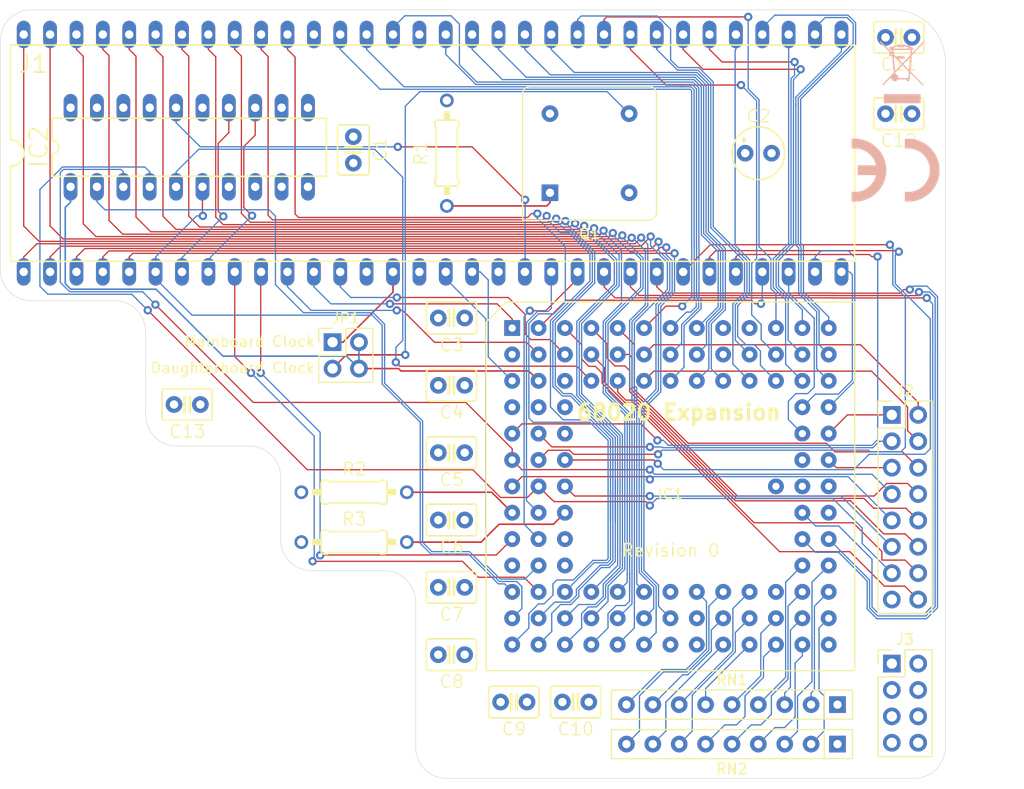
<source format=kicad_pcb>
(kicad_pcb (version 20171130) (host pcbnew "(5.1.5-0-10_14)")
  (layers (0 Top signal) (1 Route2 signal hide) (2 Route15 signal hide) (31 Bottom signal) (34 B.Paste user) (35 F.Paste user) (36 B.SilkS user) (37 F.SilkS user) (38 B.Mask user) (39 F.Mask user) (44 Edge.Cuts user))
  (net 0 "")
  (net 1 GND)
  (net 2 BGACK)
  (net 3 BG)
  (net 4 BR)
  (net 5 A0)
  (net 6 RESET)
  (net 7 CLK)
  (net 8 OCS)
  (net 9 FC0)
  (net 10 RMC)
  (net 11 IPEND)
  (net 12 SIZ0)
  (net 13 FC2)
  (net 14 FC1)
  (net 15 ECS)
  (net 16 SIZ1)
  (net 17 DBEN)
  (net 18 IPL2)
  (net 19 "Net-(IC1-PadH1)")
  (net 20 VPA)
  (net 21 "Net-(IC1-PadH3)")
  (net 22 IPL1)
  (net 23 IPL0)
  (net 24 DSACK1)
  (net 25 BERR)
  (net 26 HALT)
  (net 27 AS)
  (net 28 RW)
  (net 29 DS)
  (net 30 "Net-(IC2-Pad19)")
  (net 31 "Net-(IC2-Pad18)")
  (net 32 "Net-(IC2-Pad17)")
  (net 33 "Net-(IC2-Pad15)")
  (net 34 LDS)
  (net 35 UDS)
  (net 36 "Net-(IC2-Pad12)")
  (net 37 "Net-(IC2-Pad9)")
  (net 38 "Net-(IC2-Pad8)")
  (net 39 "Net-(IC2-Pad7)")
  (net 40 E)
  (net 41 MCLK)
  (net 42 OCLK)
  (net 43 "Net-(Q1-Pad1)")
  (net 44 A19)
  (net 45 A8)
  (net 46 A11)
  (net 47 A28)
  (net 48 A26)
  (net 49 A22)
  (net 50 A1)
  (net 51 A31)
  (net 52 A23)
  (net 53 A14)
  (net 54 A15)
  (net 55 A18)
  (net 56 A6)
  (net 57 A10)
  (net 58 A30)
  (net 59 A27)
  (net 60 A20)
  (net 61 A24)
  (net 62 A13)
  (net 63 A12)
  (net 64 A16)
  (net 65 A17)
  (net 66 A5)
  (net 67 A7)
  (net 68 A29)
  (net 69 A21)
  (net 70 A25)
  (net 71 A9)
  (net 72 A3)
  (net 73 A4)
  (net 74 A2)
  (net 75 D11)
  (net 76 D7)
  (net 77 D14)
  (net 78 D3)
  (net 79 D8)
  (net 80 D5)
  (net 81 D0)
  (net 82 D13)
  (net 83 D10)
  (net 84 D2)
  (net 85 D15)
  (net 86 D12)
  (net 87 D9)
  (net 88 D6)
  (net 89 D4)
  (net 90 D1)
  (net 91 "Net-(J1-Pad19)")
  (net 92 VCC)
  (net 93 UD0)
  (net 94 UD1)
  (net 95 UD7)
  (net 96 UD11)
  (net 97 UD15)
  (net 98 UD2)
  (net 99 UD3)
  (net 100 UD10)
  (net 101 UD13)
  (net 102 UD4)
  (net 103 UD5)
  (net 104 UD6)
  (net 105 UD14)
  (net 106 UD12)
  (net 107 UD9)
  (net 108 UD8)
  (module Symbol:CE-Logo_8.5x6mm_SilkScreen (layer Bottom) (at 123.21 48.43 180)
    (fp_text reference REF** hide)
    (fp_text value CE-Logo_8.5x6mm_SilkScreen hide)
  )
  (module Symbol:WEEE-Logo_4.2x6mm_SilkScreen (layer Bottom) (at 123.84 38.97 180)
    (fp_text reference REF** hide)
    (fp_text value WEEE-Logo_4.2x6mm_SilkScreen)
  )
  (module rosco_m68k:DIL64 (layer Top) (at 78.627 46.800599)
    (fp_text reference J1 (at -40.027 -7.600599 180) (layer F.SilkS) (effects (font (size 1.6891 1.6891) (thickness 0.16891)) (justify left bottom)))
    (fp_text value MC68010P10)
    (pad 34 thru_hole oval (at 36.83 -11.43 90) (size 2.6416 1.3208) (drill 0.8128) (layers *.Cu *.Mask) (net 56 A6))
    (pad 35 thru_hole oval (at 34.29 -11.43 90) (size 2.6416 1.3208) (drill 0.8128) (layers *.Cu *.Mask) (net 67 A7))
    (pad 36 thru_hole oval (at 31.75 -11.43 90) (size 2.6416 1.3208) (drill 0.8128) (layers *.Cu *.Mask) (net 45 A8))
    (pad 37 thru_hole oval (at 29.21 -11.43 90) (size 2.6416 1.3208) (drill 0.8128) (layers *.Cu *.Mask) (net 71 A9))
    (pad 38 thru_hole oval (at 26.67 -11.43 90) (size 2.6416 1.3208) (drill 0.8128) (layers *.Cu *.Mask) (net 57 A10))
    (pad 39 thru_hole oval (at 24.13 -11.43 90) (size 2.6416 1.3208) (drill 0.8128) (layers *.Cu *.Mask) (net 46 A11))
    (pad 40 thru_hole oval (at 21.59 -11.43 90) (size 2.6416 1.3208) (drill 0.8128) (layers *.Cu *.Mask) (net 63 A12))
    (pad 41 thru_hole oval (at 19.05 -11.43 90) (size 2.6416 1.3208) (drill 0.8128) (layers *.Cu *.Mask) (net 62 A13))
    (pad 42 thru_hole oval (at 16.51 -11.43 90) (size 2.6416 1.3208) (drill 0.8128) (layers *.Cu *.Mask) (net 53 A14))
    (pad 43 thru_hole oval (at 13.97 -11.43 90) (size 2.6416 1.3208) (drill 0.8128) (layers *.Cu *.Mask) (net 54 A15))
    (pad 44 thru_hole oval (at 11.43 -11.43 90) (size 2.6416 1.3208) (drill 0.8128) (layers *.Cu *.Mask) (net 64 A16))
    (pad 45 thru_hole oval (at 8.89 -11.43 90) (size 2.6416 1.3208) (drill 0.8128) (layers *.Cu *.Mask) (net 65 A17))
    (pad 31 thru_hole oval (at 36.83 11.43 90) (size 2.6416 1.3208) (drill 0.8128) (layers *.Cu *.Mask) (net 72 A3))
    (pad 30 thru_hole oval (at 34.29 11.43 90) (size 2.6416 1.3208) (drill 0.8128) (layers *.Cu *.Mask) (net 74 A2))
    (pad 29 thru_hole oval (at 31.75 11.43 90) (size 2.6416 1.3208) (drill 0.8128) (layers *.Cu *.Mask) (net 50 A1))
    (pad 28 thru_hole oval (at 29.21 11.43 90) (size 2.6416 1.3208) (drill 0.8128) (layers *.Cu *.Mask) (net 9 FC0))
    (pad 27 thru_hole oval (at 26.67 11.43 90) (size 2.6416 1.3208) (drill 0.8128) (layers *.Cu *.Mask) (net 14 FC1))
    (pad 26 thru_hole oval (at 24.13 11.43 90) (size 2.6416 1.3208) (drill 0.8128) (layers *.Cu *.Mask) (net 13 FC2))
    (pad 25 thru_hole oval (at 21.59 11.43 90) (size 2.6416 1.3208) (drill 0.8128) (layers *.Cu *.Mask) (net 23 IPL0))
    (pad 24 thru_hole oval (at 19.05 11.43 90) (size 2.6416 1.3208) (drill 0.8128) (layers *.Cu *.Mask) (net 22 IPL1))
    (pad 23 thru_hole oval (at 16.51 11.43 90) (size 2.6416 1.3208) (drill 0.8128) (layers *.Cu *.Mask) (net 18 IPL2))
    (pad 22 thru_hole oval (at 13.97 11.43 90) (size 2.6416 1.3208) (drill 0.8128) (layers *.Cu *.Mask) (net 25 BERR))
    (pad 21 thru_hole oval (at 11.43 11.43 90) (size 2.6416 1.3208) (drill 0.8128) (layers *.Cu *.Mask) (net 20 VPA))
    (pad 20 thru_hole oval (at 8.89 11.43 90) (size 2.6416 1.3208) (drill 0.8128) (layers *.Cu *.Mask) (net 40 E))
    (pad 64 thru_hole oval (at -39.37 -11.43 90) (size 2.6416 1.3208) (drill 0.8128) (layers *.Cu *.Mask) (net 80 D5))
    (pad 63 thru_hole oval (at -36.83 -11.43 90) (size 2.6416 1.3208) (drill 0.8128) (layers *.Cu *.Mask) (net 88 D6))
    (pad 62 thru_hole oval (at -34.29 -11.43 90) (size 2.6416 1.3208) (drill 0.8128) (layers *.Cu *.Mask) (net 76 D7))
    (pad 61 thru_hole oval (at -31.75 -11.43 90) (size 2.6416 1.3208) (drill 0.8128) (layers *.Cu *.Mask) (net 79 D8))
    (pad 60 thru_hole oval (at -29.21 -11.43 90) (size 2.6416 1.3208) (drill 0.8128) (layers *.Cu *.Mask) (net 87 D9))
    (pad 59 thru_hole oval (at -26.67 -11.43 90) (size 2.6416 1.3208) (drill 0.8128) (layers *.Cu *.Mask) (net 83 D10))
    (pad 58 thru_hole oval (at -24.13 -11.43 90) (size 2.6416 1.3208) (drill 0.8128) (layers *.Cu *.Mask) (net 75 D11))
    (pad 57 thru_hole oval (at -21.59 -11.43 90) (size 2.6416 1.3208) (drill 0.8128) (layers *.Cu *.Mask) (net 86 D12))
    (pad 56 thru_hole oval (at -19.05 -11.43 90) (size 2.6416 1.3208) (drill 0.8128) (layers *.Cu *.Mask) (net 82 D13))
    (pad 55 thru_hole oval (at -16.51 -11.43 90) (size 2.6416 1.3208) (drill 0.8128) (layers *.Cu *.Mask) (net 77 D14))
    (pad 54 thru_hole oval (at -13.97 -11.43 90) (size 2.6416 1.3208) (drill 0.8128) (layers *.Cu *.Mask) (net 85 D15))
    (pad 53 thru_hole oval (at -11.43 -11.43 90) (size 2.6416 1.3208) (drill 0.8128) (layers *.Cu *.Mask) (net 1 GND))
    (pad 52 thru_hole oval (at -8.89 -11.43 90) (size 2.6416 1.3208) (drill 0.8128) (layers *.Cu *.Mask) (net 52 A23))
    (pad 51 thru_hole oval (at -6.35 -11.43 90) (size 2.6416 1.3208) (drill 0.8128) (layers *.Cu *.Mask) (net 49 A22))
    (pad 50 thru_hole oval (at -3.81 -11.43 90) (size 2.6416 1.3208) (drill 0.8128) (layers *.Cu *.Mask) (net 69 A21))
    (pad 49 thru_hole oval (at -1.27 -11.43 90) (size 2.6416 1.3208) (drill 0.8128) (layers *.Cu *.Mask) (net 92 VCC))
    (pad 48 thru_hole oval (at 1.27 -11.43 90) (size 2.6416 1.3208) (drill 0.8128) (layers *.Cu *.Mask) (net 60 A20))
    (pad 47 thru_hole oval (at 3.81 -11.43 90) (size 2.6416 1.3208) (drill 0.8128) (layers *.Cu *.Mask) (net 44 A19))
    (pad 46 thru_hole oval (at 6.35 -11.43 90) (size 2.6416 1.3208) (drill 0.8128) (layers *.Cu *.Mask) (net 55 A18))
    (pad 33 thru_hole oval (at 39.37 -11.43 90) (size 2.6416 1.3208) (drill 0.8128) (layers *.Cu *.Mask) (net 66 A5))
    (pad 32 thru_hole oval (at 39.37 11.43 90) (size 2.6416 1.3208) (drill 0.8128) (layers *.Cu *.Mask) (net 73 A4))
    (pad 19 thru_hole oval (at 6.35 11.43 90) (size 2.6416 1.3208) (drill 0.8128) (layers *.Cu *.Mask) (net 91 "Net-(J1-Pad19)"))
    (pad 18 thru_hole oval (at 3.81 11.43 90) (size 2.6416 1.3208) (drill 0.8128) (layers *.Cu *.Mask) (net 6 RESET))
    (pad 17 thru_hole oval (at 1.27 11.43 90) (size 2.6416 1.3208) (drill 0.8128) (layers *.Cu *.Mask) (net 26 HALT))
    (pad 16 thru_hole oval (at -1.27 11.43 90) (size 2.6416 1.3208) (drill 0.8128) (layers *.Cu *.Mask) (net 1 GND))
    (pad 15 thru_hole oval (at -3.81 11.43 90) (size 2.6416 1.3208) (drill 0.8128) (layers *.Cu *.Mask) (net 41 MCLK))
    (pad 14 thru_hole oval (at -6.35 11.43 90) (size 2.6416 1.3208) (drill 0.8128) (layers *.Cu *.Mask) (net 92 VCC))
    (pad 13 thru_hole oval (at -8.89 11.43 90) (size 2.6416 1.3208) (drill 0.8128) (layers *.Cu *.Mask) (net 4 BR))
    (pad 12 thru_hole oval (at -11.43 11.43 90) (size 2.6416 1.3208) (drill 0.8128) (layers *.Cu *.Mask) (net 2 BGACK))
    (pad 11 thru_hole oval (at -13.97 11.43 90) (size 2.6416 1.3208) (drill 0.8128) (layers *.Cu *.Mask) (net 3 BG))
    (pad 10 thru_hole oval (at -16.51 11.43 90) (size 2.6416 1.3208) (drill 0.8128) (layers *.Cu *.Mask) (net 24 DSACK1))
    (pad 9 thru_hole oval (at -19.05 11.43 90) (size 2.6416 1.3208) (drill 0.8128) (layers *.Cu *.Mask) (net 28 RW))
    (pad 8 thru_hole oval (at -21.59 11.43 90) (size 2.6416 1.3208) (drill 0.8128) (layers *.Cu *.Mask) (net 34 LDS))
    (pad 7 thru_hole oval (at -24.13 11.43 90) (size 2.6416 1.3208) (drill 0.8128) (layers *.Cu *.Mask) (net 35 UDS))
    (pad 6 thru_hole oval (at -26.67 11.43 90) (size 2.6416 1.3208) (drill 0.8128) (layers *.Cu *.Mask) (net 27 AS))
    (pad 5 thru_hole oval (at -29.21 11.43 90) (size 2.6416 1.3208) (drill 0.8128) (layers *.Cu *.Mask) (net 81 D0))
    (pad 4 thru_hole oval (at -31.75 11.43 90) (size 2.6416 1.3208) (drill 0.8128) (layers *.Cu *.Mask) (net 90 D1))
    (pad 3 thru_hole oval (at -34.29 11.43 90) (size 2.6416 1.3208) (drill 0.8128) (layers *.Cu *.Mask) (net 84 D2))
    (pad 2 thru_hole oval (at -36.83 11.43 90) (size 2.6416 1.3208) (drill 0.8128) (layers *.Cu *.Mask) (net 78 D3))
    (pad 1 thru_hole oval (at -39.37 11.43 90) (size 2.6416 1.3208) (drill 0.8128) (layers *.Cu *.Mask) (net 89 D4))
  )
  (module rosco_m68k:DIL20 (layer Top) (at 55.2 46.228)
    (fp_text reference IC2 (at -13.5128 2.135505 90) (layer F.SilkS) (effects (font (size 1.6891 1.6891) (thickness 0.16891)) (justify left bottom)))
    (fp_text value ATF16V8BQL)
    (pad 20 thru_hole oval (at -11.43 -3.81 90) (size 2.6416 1.3208) (drill 0.8128) (layers *.Cu *.Mask) (net 92 VCC))
    (pad 19 thru_hole oval (at -8.89 -3.81 90) (size 2.6416 1.3208) (drill 0.8128) (layers *.Cu *.Mask) (net 30 "Net-(IC2-Pad19)"))
    (pad 18 thru_hole oval (at -6.35 -3.81 90) (size 2.6416 1.3208) (drill 0.8128) (layers *.Cu *.Mask) (net 31 "Net-(IC2-Pad18)"))
    (pad 17 thru_hole oval (at -3.81 -3.81 90) (size 2.6416 1.3208) (drill 0.8128) (layers *.Cu *.Mask) (net 32 "Net-(IC2-Pad17)"))
    (pad 16 thru_hole oval (at -1.27 -3.81 90) (size 2.6416 1.3208) (drill 0.8128) (layers *.Cu *.Mask) (net 40 E))
    (pad 15 thru_hole oval (at 1.27 -3.81 90) (size 2.6416 1.3208) (drill 0.8128) (layers *.Cu *.Mask) (net 33 "Net-(IC2-Pad15)"))
    (pad 14 thru_hole oval (at 3.81 -3.81 90) (size 2.6416 1.3208) (drill 0.8128) (layers *.Cu *.Mask) (net 35 UDS))
    (pad 13 thru_hole oval (at 6.35 -3.81 90) (size 2.6416 1.3208) (drill 0.8128) (layers *.Cu *.Mask) (net 34 LDS))
    (pad 12 thru_hole oval (at 8.89 -3.81 90) (size 2.6416 1.3208) (drill 0.8128) (layers *.Cu *.Mask) (net 36 "Net-(IC2-Pad12)"))
    (pad 11 thru_hole oval (at 11.43 -3.81 90) (size 2.6416 1.3208) (drill 0.8128) (layers *.Cu *.Mask) (net 1 GND))
    (pad 10 thru_hole oval (at 11.43 3.81 90) (size 2.6416 1.3208) (drill 0.8128) (layers *.Cu *.Mask) (net 1 GND))
    (pad 9 thru_hole oval (at 8.89 3.81 90) (size 2.6416 1.3208) (drill 0.8128) (layers *.Cu *.Mask) (net 37 "Net-(IC2-Pad9)"))
    (pad 8 thru_hole oval (at 6.35 3.81 90) (size 2.6416 1.3208) (drill 0.8128) (layers *.Cu *.Mask) (net 38 "Net-(IC2-Pad8)"))
    (pad 7 thru_hole oval (at 3.81 3.81 90) (size 2.6416 1.3208) (drill 0.8128) (layers *.Cu *.Mask) (net 39 "Net-(IC2-Pad7)"))
    (pad 6 thru_hole oval (at 1.27 3.81 90) (size 2.6416 1.3208) (drill 0.8128) (layers *.Cu *.Mask) (net 27 AS))
    (pad 5 thru_hole oval (at -1.27 3.81 90) (size 2.6416 1.3208) (drill 0.8128) (layers *.Cu *.Mask) (net 5 A0))
    (pad 4 thru_hole oval (at -3.81 3.81 90) (size 2.6416 1.3208) (drill 0.8128) (layers *.Cu *.Mask) (net 16 SIZ1))
    (pad 3 thru_hole oval (at -6.35 3.81 90) (size 2.6416 1.3208) (drill 0.8128) (layers *.Cu *.Mask) (net 12 SIZ0))
    (pad 2 thru_hole oval (at -8.89 3.81 90) (size 2.6416 1.3208) (drill 0.8128) (layers *.Cu *.Mask) (net 29 DS))
    (pad 1 thru_hole oval (at -11.43 3.81 90) (size 2.6416 1.3208) (drill 0.8128) (layers *.Cu *.Mask) (net 7 CLK))
  )
  (module rosco_m68k:MC68020RC (layer Top) (at 101.5332 78.88 180)
    (fp_text reference IC1 (at 0 -0.762) (layer F.SilkS))
    (fp_text value MC68020RC)
    (pad A10 thru_hole circle (at -7.62 15.24 180) (size 1.524 1.524) (drill 0.7) (layers *.Cu *.Mask) (net 1 GND))
    (pad A9 thru_hole circle (at -5.08 15.24 180) (size 1.524 1.524) (drill 0.7) (layers *.Cu *.Mask) (net 92 VCC))
    (pad A8 thru_hole circle (at -2.54 15.24 180) (size 1.524 1.524) (drill 0.7) (layers *.Cu *.Mask) (net 44 A19))
    (pad A13 thru_hole circle (at -15.24 15.24 180) (size 1.524 1.524) (drill 0.7) (layers *.Cu *.Mask) (net 45 A8))
    (pad A12 thru_hole circle (at -12.7 15.24 180) (size 1.524 1.524) (drill 0.7) (layers *.Cu *.Mask) (net 46 A11))
    (pad A4 thru_hole circle (at 7.62 15.24 180) (size 1.524 1.524) (drill 0.7) (layers *.Cu *.Mask) (net 47 A28))
    (pad A5 thru_hole circle (at 5.08 15.24 180) (size 1.524 1.524) (drill 0.7) (layers *.Cu *.Mask) (net 48 A26))
    (pad A1 thru_hole rect (at 15.24 15.24 180) (size 1.524 1.524) (drill 0.7) (layers *.Cu *.Mask) (net 2 BGACK))
    (pad A7 thru_hole circle (at 0 15.24 180) (size 1.524 1.524) (drill 0.7) (layers *.Cu *.Mask) (net 49 A22))
    (pad A2 thru_hole circle (at 12.7 15.24 180) (size 1.524 1.524) (drill 0.7) (layers *.Cu *.Mask) (net 50 A1))
    (pad A3 thru_hole circle (at 10.16 15.24 180) (size 1.524 1.524) (drill 0.7) (layers *.Cu *.Mask) (net 51 A31))
    (pad A6 thru_hole circle (at 2.54 15.24 180) (size 1.524 1.524) (drill 0.7) (layers *.Cu *.Mask) (net 52 A23))
    (pad A11 thru_hole circle (at -10.16 15.24 180) (size 1.524 1.524) (drill 0.7) (layers *.Cu *.Mask) (net 53 A14))
    (pad B10 thru_hole circle (at -7.62 12.7 180) (size 1.524 1.524) (drill 0.7) (layers *.Cu *.Mask) (net 54 A15))
    (pad B9 thru_hole circle (at -5.08 12.7 180) (size 1.524 1.524) (drill 0.7) (layers *.Cu *.Mask) (net 1 GND))
    (pad B8 thru_hole circle (at -2.54 12.7 180) (size 1.524 1.524) (drill 0.7) (layers *.Cu *.Mask) (net 55 A18))
    (pad B13 thru_hole circle (at -15.24 12.7 180) (size 1.524 1.524) (drill 0.7) (layers *.Cu *.Mask) (net 56 A6))
    (pad B12 thru_hole circle (at -12.7 12.7 180) (size 1.524 1.524) (drill 0.7) (layers *.Cu *.Mask) (net 57 A10))
    (pad B4 thru_hole circle (at 7.62 12.7 180) (size 1.524 1.524) (drill 0.7) (layers *.Cu *.Mask) (net 58 A30))
    (pad B5 thru_hole circle (at 5.08 12.7 180) (size 1.524 1.524) (drill 0.7) (layers *.Cu *.Mask) (net 59 A27))
    (pad B1 thru_hole circle (at 15.24 12.7 180) (size 1.524 1.524) (drill 0.7) (layers *.Cu *.Mask) (net 1 GND))
    (pad B7 thru_hole circle (at 0 12.7 180) (size 1.524 1.524) (drill 0.7) (layers *.Cu *.Mask) (net 60 A20))
    (pad B2 thru_hole circle (at 12.7 12.7 180) (size 1.524 1.524) (drill 0.7) (layers *.Cu *.Mask) (net 3 BG))
    (pad B3 thru_hole circle (at 10.16 12.7 180) (size 1.524 1.524) (drill 0.7) (layers *.Cu *.Mask) (net 4 BR))
    (pad B6 thru_hole circle (at 2.54 12.7 180) (size 1.524 1.524) (drill 0.7) (layers *.Cu *.Mask) (net 61 A24))
    (pad B11 thru_hole circle (at -10.16 12.7 180) (size 1.524 1.524) (drill 0.7) (layers *.Cu *.Mask) (net 62 A13))
    (pad C10 thru_hole circle (at -7.62 10.16 180) (size 1.524 1.524) (drill 0.7) (layers *.Cu *.Mask) (net 63 A12))
    (pad C9 thru_hole circle (at -5.08 10.16 180) (size 1.524 1.524) (drill 0.7) (layers *.Cu *.Mask) (net 64 A16))
    (pad C8 thru_hole circle (at -2.54 10.16 180) (size 1.524 1.524) (drill 0.7) (layers *.Cu *.Mask) (net 65 A17))
    (pad C13 thru_hole circle (at -15.24 10.16 180) (size 1.524 1.524) (drill 0.7) (layers *.Cu *.Mask) (net 66 A5))
    (pad C12 thru_hole circle (at -12.7 10.16 180) (size 1.524 1.524) (drill 0.7) (layers *.Cu *.Mask) (net 67 A7))
    (pad C4 thru_hole circle (at 7.62 10.16 180) (size 1.524 1.524) (drill 0.7) (layers *.Cu *.Mask) (net 5 A0))
    (pad C5 thru_hole circle (at 5.08 10.16 180) (size 1.524 1.524) (drill 0.7) (layers *.Cu *.Mask) (net 68 A29))
    (pad C1 thru_hole circle (at 15.24 10.16 180) (size 1.524 1.524) (drill 0.7) (layers *.Cu *.Mask) (net 6 RESET))
    (pad C7 thru_hole circle (at 0 10.16 180) (size 1.524 1.524) (drill 0.7) (layers *.Cu *.Mask) (net 69 A21))
    (pad C2 thru_hole circle (at 12.7 10.16 180) (size 1.524 1.524) (drill 0.7) (layers *.Cu *.Mask) (net 7 CLK))
    (pad C3 thru_hole circle (at 10.16 10.16 180) (size 1.524 1.524) (drill 0.7) (layers *.Cu *.Mask) (net 1 GND))
    (pad C6 thru_hole circle (at 2.54 10.16 180) (size 1.524 1.524) (drill 0.7) (layers *.Cu *.Mask) (net 70 A25))
    (pad C11 thru_hole circle (at -10.16 10.16 180) (size 1.524 1.524) (drill 0.7) (layers *.Cu *.Mask) (net 71 A9))
    (pad D13 thru_hole circle (at -15.24 7.62 180) (size 1.524 1.524) (drill 0.7) (layers *.Cu *.Mask) (net 72 A3))
    (pad D12 thru_hole circle (at -12.7 7.62 180) (size 1.524 1.524) (drill 0.7) (layers *.Cu *.Mask) (net 73 A4))
    (pad D1 thru_hole circle (at 15.24 7.62 180) (size 1.524 1.524) (drill 0.7) (layers *.Cu *.Mask) (net 92 VCC))
    (pad D2 thru_hole circle (at 12.7 7.62 180) (size 1.524 1.524) (drill 0.7) (layers *.Cu *.Mask) (net 92 VCC))
    (pad D3 thru_hole circle (at 10.16 7.62 180) (size 1.524 1.524) (drill 0.7) (layers *.Cu *.Mask) (net 92 VCC))
    (pad E13 thru_hole circle (at -15.24 5.08 180) (size 1.524 1.524) (drill 0.7) (layers *.Cu *.Mask) (net 8 OCS))
    (pad E12 thru_hole circle (at -12.7 5.08 180) (size 1.524 1.524) (drill 0.7) (layers *.Cu *.Mask) (net 74 A2))
    (pad E1 thru_hole circle (at 15.24 5.08 180) (size 1.524 1.524) (drill 0.7) (layers *.Cu *.Mask) (net 9 FC0))
    (pad E2 thru_hole circle (at 12.7 5.08 180) (size 1.524 1.524) (drill 0.7) (layers *.Cu *.Mask) (net 10 RMC))
    (pad E3 thru_hole circle (at 10.16 5.08 180) (size 1.524 1.524) (drill 0.7) (layers *.Cu *.Mask) (net 92 VCC))
    (pad F13 thru_hole circle (at -15.24 2.54 180) (size 1.524 1.524) (drill 0.7) (layers *.Cu *.Mask) (net 11 IPEND))
    (pad F12 thru_hole circle (at -12.7 2.54 180) (size 1.524 1.524) (drill 0.7) (layers *.Cu *.Mask) (net 1 GND))
    (pad F1 thru_hole circle (at 15.24 2.54 180) (size 1.524 1.524) (drill 0.7) (layers *.Cu *.Mask) (net 12 SIZ0))
    (pad F2 thru_hole circle (at 12.7 2.54 180) (size 1.524 1.524) (drill 0.7) (layers *.Cu *.Mask) (net 13 FC2))
    (pad F3 thru_hole circle (at 10.16 2.54 180) (size 1.524 1.524) (drill 0.7) (layers *.Cu *.Mask) (net 14 FC1))
    (pad G13 thru_hole circle (at -15.24 0 180) (size 1.524 1.524) (drill 0.7) (layers *.Cu *.Mask) (net 92 VCC))
    (pad G12 thru_hole circle (at -12.7 0 180) (size 1.524 1.524) (drill 0.7) (layers *.Cu *.Mask) (net 1 GND))
    (pad G1 thru_hole circle (at 15.24 0 180) (size 1.524 1.524) (drill 0.7) (layers *.Cu *.Mask) (net 15 ECS))
    (pad G2 thru_hole circle (at 12.7 0 180) (size 1.524 1.524) (drill 0.7) (layers *.Cu *.Mask) (net 16 SIZ1))
    (pad G3 thru_hole circle (at 10.16 0 180) (size 1.524 1.524) (drill 0.7) (layers *.Cu *.Mask) (net 17 DBEN))
    (pad G11 thru_hole circle (at -10.16 0 180) (size 1.524 1.524) (drill 0.7) (layers *.Cu *.Mask) (net 92 VCC))
    (pad H13 thru_hole circle (at -15.24 -2.54 180) (size 1.524 1.524) (drill 0.7) (layers *.Cu *.Mask) (net 1 GND))
    (pad H12 thru_hole circle (at -12.7 -2.54 180) (size 1.524 1.524) (drill 0.7) (layers *.Cu *.Mask) (net 18 IPL2))
    (pad H1 thru_hole circle (at 15.24 -2.54 180) (size 1.524 1.524) (drill 0.7) (layers *.Cu *.Mask) (net 19 "Net-(IC1-PadH1)"))
    (pad H2 thru_hole circle (at 12.7 -2.54 180) (size 1.524 1.524) (drill 0.7) (layers *.Cu *.Mask) (net 20 VPA))
    (pad H3 thru_hole circle (at 10.16 -2.54 180) (size 1.524 1.524) (drill 0.7) (layers *.Cu *.Mask) (net 21 "Net-(IC1-PadH3)"))
    (pad J13 thru_hole circle (at -15.24 -5.08 180) (size 1.524 1.524) (drill 0.7) (layers *.Cu *.Mask) (net 22 IPL1))
    (pad J12 thru_hole circle (at -12.7 -5.08 180) (size 1.524 1.524) (drill 0.7) (layers *.Cu *.Mask) (net 23 IPL0))
    (pad J1 thru_hole circle (at 15.24 -5.08 180) (size 1.524 1.524) (drill 0.7) (layers *.Cu *.Mask) (net 24 DSACK1))
    (pad J2 thru_hole circle (at 12.7 -5.08 180) (size 1.524 1.524) (drill 0.7) (layers *.Cu *.Mask) (net 25 BERR))
    (pad J3 thru_hole circle (at 10.16 -5.08 180) (size 1.524 1.524) (drill 0.7) (layers *.Cu *.Mask) (net 1 GND))
    (pad K13 thru_hole circle (at -15.24 -7.62 180) (size 1.524 1.524) (drill 0.7) (layers *.Cu *.Mask) (net 93 UD0))
    (pad K12 thru_hole circle (at -12.7 -7.62 180) (size 1.524 1.524) (drill 0.7) (layers *.Cu *.Mask) (net 94 UD1))
    (pad K1 thru_hole circle (at 15.24 -7.62 180) (size 1.524 1.524) (drill 0.7) (layers *.Cu *.Mask) (net 1 GND))
    (pad K2 thru_hole circle (at 12.7 -7.62 180) (size 1.524 1.524) (drill 0.7) (layers *.Cu *.Mask) (net 26 HALT))
    (pad K3 thru_hole circle (at 10.16 -7.62 180) (size 1.524 1.524) (drill 0.7) (layers *.Cu *.Mask) (net 1 GND))
    (pad L10 thru_hole circle (at -7.62 -10.16 180) (size 1.524 1.524) (drill 0.7) (layers *.Cu *.Mask) (net 95 UD7))
    (pad L9 thru_hole circle (at -5.08 -10.16 180) (size 1.524 1.524) (drill 0.7) (layers *.Cu *.Mask) (net 96 UD11))
    (pad L8 thru_hole circle (at -2.54 -10.16 180) (size 1.524 1.524) (drill 0.7) (layers *.Cu *.Mask) (net 97 UD15))
    (pad L13 thru_hole circle (at -15.24 -10.16 180) (size 1.524 1.524) (drill 0.7) (layers *.Cu *.Mask) (net 98 UD2))
    (pad L12 thru_hole circle (at -12.7 -10.16 180) (size 1.524 1.524) (drill 0.7) (layers *.Cu *.Mask) (net 99 UD3))
    (pad L4 thru_hole circle (at 7.62 -10.16 180) (size 1.524 1.524) (drill 0.7) (layers *.Cu *.Mask) (net 75 D11))
    (pad L5 thru_hole circle (at 5.08 -10.16 180) (size 1.524 1.524) (drill 0.7) (layers *.Cu *.Mask) (net 76 D7))
    (pad L1 thru_hole circle (at 15.24 -10.16 180) (size 1.524 1.524) (drill 0.7) (layers *.Cu *.Mask) (net 27 AS))
    (pad L7 thru_hole circle (at 0 -10.16 180) (size 1.524 1.524) (drill 0.7) (layers *.Cu *.Mask) (net 1 GND))
    (pad L2 thru_hole circle (at 12.7 -10.16 180) (size 1.524 1.524) (drill 0.7) (layers *.Cu *.Mask) (net 28 RW))
    (pad L3 thru_hole circle (at 10.16 -10.16 180) (size 1.524 1.524) (drill 0.7) (layers *.Cu *.Mask) (net 77 D14))
    (pad L6 thru_hole circle (at 2.54 -10.16 180) (size 1.524 1.524) (drill 0.7) (layers *.Cu *.Mask) (net 78 D3))
    (pad L11 thru_hole circle (at -10.16 -10.16 180) (size 1.524 1.524) (drill 0.7) (layers *.Cu *.Mask) (net 1 GND))
    (pad M10 thru_hole circle (at -7.62 -12.7 180) (size 1.524 1.524) (drill 0.7) (layers *.Cu *.Mask) (net 100 UD10))
    (pad M9 thru_hole circle (at -5.08 -12.7 180) (size 1.524 1.524) (drill 0.7) (layers *.Cu *.Mask) (net 101 UD13))
    (pad M8 thru_hole circle (at -2.54 -12.7 180) (size 1.524 1.524) (drill 0.7) (layers *.Cu *.Mask) (net 92 VCC))
    (pad M13 thru_hole circle (at -15.24 -12.7 180) (size 1.524 1.524) (drill 0.7) (layers *.Cu *.Mask) (net 102 UD4))
    (pad M12 thru_hole circle (at -12.7 -12.7 180) (size 1.524 1.524) (drill 0.7) (layers *.Cu *.Mask) (net 103 UD5))
    (pad M4 thru_hole circle (at 7.62 -12.7 180) (size 1.524 1.524) (drill 0.7) (layers *.Cu *.Mask) (net 79 D8))
    (pad M5 thru_hole circle (at 5.08 -12.7 180) (size 1.524 1.524) (drill 0.7) (layers *.Cu *.Mask) (net 80 D5))
    (pad M1 thru_hole circle (at 15.24 -12.7 180) (size 1.524 1.524) (drill 0.7) (layers *.Cu *.Mask) (net 29 DS))
    (pad M7 thru_hole circle (at 0 -12.7 180) (size 1.524 1.524) (drill 0.7) (layers *.Cu *.Mask) (net 81 D0))
    (pad M2 thru_hole circle (at 12.7 -12.7 180) (size 1.524 1.524) (drill 0.7) (layers *.Cu *.Mask) (net 82 D13))
    (pad M3 thru_hole circle (at 10.16 -12.7 180) (size 1.524 1.524) (drill 0.7) (layers *.Cu *.Mask) (net 83 D10))
    (pad M6 thru_hole circle (at 2.54 -12.7 180) (size 1.524 1.524) (drill 0.7) (layers *.Cu *.Mask) (net 84 D2))
    (pad M11 thru_hole circle (at -10.16 -12.7 180) (size 1.524 1.524) (drill 0.7) (layers *.Cu *.Mask) (net 104 UD6))
    (pad N1 thru_hole circle (at 15.24 -15.24 180) (size 1.524 1.524) (drill 0.7) (layers *.Cu *.Mask) (net 85 D15))
    (pad N2 thru_hole circle (at 12.7 -15.24 180) (size 1.524 1.524) (drill 0.7) (layers *.Cu *.Mask) (net 86 D12))
    (pad N3 thru_hole circle (at 10.16 -15.24 180) (size 1.524 1.524) (drill 0.7) (layers *.Cu *.Mask) (net 87 D9))
    (pad N4 thru_hole circle (at 7.62 -15.24 180) (size 1.524 1.524) (drill 0.7) (layers *.Cu *.Mask) (net 88 D6))
    (pad N5 thru_hole circle (at 5.08 -15.24 180) (size 1.524 1.524) (drill 0.7) (layers *.Cu *.Mask) (net 89 D4))
    (pad N6 thru_hole circle (at 2.54 -15.24 180) (size 1.524 1.524) (drill 0.7) (layers *.Cu *.Mask) (net 90 D1))
    (pad N7 thru_hole circle (at 0 -15.24 180) (size 1.524 1.524) (drill 0.7) (layers *.Cu *.Mask) (net 1 GND))
    (pad N8 thru_hole circle (at -2.54 -15.24 180) (size 1.524 1.524) (drill 0.7) (layers *.Cu *.Mask) (net 92 VCC))
    (pad N9 thru_hole circle (at -5.08 -15.24 180) (size 1.524 1.524) (drill 0.7) (layers *.Cu *.Mask) (net 105 UD14))
    (pad N10 thru_hole circle (at -7.62 -15.24 180) (size 1.524 1.524) (drill 0.7) (layers *.Cu *.Mask) (net 106 UD12))
    (pad N11 thru_hole circle (at -10.16 -15.24 180) (size 1.524 1.524) (drill 0.7) (layers *.Cu *.Mask) (net 107 UD9))
    (pad N12 thru_hole circle (at -12.7 -15.24 180) (size 1.524 1.524) (drill 0.7) (layers *.Cu *.Mask) (net 108 UD8))
    (pad N13 thru_hole circle (at -15.24 -15.24 180) (size 1.524 1.524) (drill 0.7) (layers *.Cu *.Mask) (net 92 VCC))
  )
  (module MountingHole:MountingHole_3.2mm_M3 (layer Top) (at 81 103)
    (fp_text reference H1 (at 0 0) (layer F.SilkS))
    (fp_text value MountingHole)
    (pad 1 np_thru_hole circle (at 0 0) (size 3.2 3.2) (drill 3.2) (layers *.Cu *.Mask))
  )
  (module rosco_m68k:SM-rosco_m68k_logo (layer Top) (at 124 57 90)
    (fp_text reference REF** hide)
    (fp_text value SM-rosco_m68k_logo hide)
  )
  (module Resistor_THT:R_Array_SIP9 (layer Top) (at 117.6182 103.7 180)
    (fp_text reference RN2 (at 10.175 -2.4) (layer F.SilkS))
    (fp_text value R_Network08)
    (pad 9 thru_hole oval (at 20.32 0 180) (size 1.6 1.6) (drill 0.8) (layers *.Cu *.Mask) (net 96 UD11))
    (pad 8 thru_hole oval (at 17.78 0 180) (size 1.6 1.6) (drill 0.8) (layers *.Cu *.Mask) (net 105 UD14))
    (pad 7 thru_hole oval (at 15.24 0 180) (size 1.6 1.6) (drill 0.8) (layers *.Cu *.Mask) (net 100 UD10))
    (pad 6 thru_hole oval (at 12.7 0 180) (size 1.6 1.6) (drill 0.8) (layers *.Cu *.Mask) (net 107 UD9))
    (pad 5 thru_hole oval (at 10.16 0 180) (size 1.6 1.6) (drill 0.8) (layers *.Cu *.Mask) (net 99 UD3))
    (pad 4 thru_hole oval (at 7.62 0 180) (size 1.6 1.6) (drill 0.8) (layers *.Cu *.Mask) (net 108 UD8))
    (pad 3 thru_hole oval (at 5.08 0 180) (size 1.6 1.6) (drill 0.8) (layers *.Cu *.Mask) (net 93 UD0))
    (pad 2 thru_hole oval (at 2.54 0 180) (size 1.6 1.6) (drill 0.8) (layers *.Cu *.Mask) (net 102 UD4))
    (pad 1 thru_hole rect (at 0 0 180) (size 1.6 1.6) (drill 0.8) (layers *.Cu *.Mask) (net 1 GND))
  )
  (module Resistor_THT:R_Array_SIP9 (layer Top) (at 117.6182 99.9 180)
    (fp_text reference RN1 (at 10.175 2.4) (layer F.SilkS))
    (fp_text value 10K)
    (pad 9 thru_hole oval (at 20.32 0 180) (size 1.6 1.6) (drill 0.8) (layers *.Cu *.Mask) (net 97 UD15))
    (pad 8 thru_hole oval (at 17.78 0 180) (size 1.6 1.6) (drill 0.8) (layers *.Cu *.Mask) (net 101 UD13))
    (pad 7 thru_hole oval (at 15.24 0 180) (size 1.6 1.6) (drill 0.8) (layers *.Cu *.Mask) (net 95 UD7))
    (pad 6 thru_hole oval (at 12.7 0 180) (size 1.6 1.6) (drill 0.8) (layers *.Cu *.Mask) (net 106 UD12))
    (pad 5 thru_hole oval (at 10.16 0 180) (size 1.6 1.6) (drill 0.8) (layers *.Cu *.Mask) (net 104 UD6))
    (pad 4 thru_hole oval (at 7.62 0 180) (size 1.6 1.6) (drill 0.8) (layers *.Cu *.Mask) (net 94 UD1))
    (pad 3 thru_hole oval (at 5.08 0 180) (size 1.6 1.6) (drill 0.8) (layers *.Cu *.Mask) (net 103 UD5))
    (pad 2 thru_hole oval (at 2.54 0 180) (size 1.6 1.6) (drill 0.8) (layers *.Cu *.Mask) (net 98 UD2))
    (pad 1 thru_hole rect (at 0 0 180) (size 1.6 1.6) (drill 0.8) (layers *.Cu *.Mask) (net 1 GND))
  )
  (module rosco_m68k:0207_10 (layer Top) (at 71.071199 84.25)
    (fp_text reference R3 (at -1.238099 -1.524) (layer F.SilkS) (effects (font (size 1.2065 1.2065) (thickness 0.12065)) (justify left bottom)))
    (fp_text value 10K)
    (pad 2 thru_hole circle (at 5.08 0) (size 1.3208 1.3208) (drill 0.8128) (layers *.Cu *.Mask) (net 21 "Net-(IC1-PadH3)"))
    (pad 1 thru_hole circle (at -5.08 0) (size 1.3208 1.3208) (drill 0.8128) (layers *.Cu *.Mask) (net 92 VCC))
  )
  (module rosco_m68k:0207_10 (layer Top) (at 71.071199 79.449)
    (fp_text reference R2 (at -1.238099 -1.524) (layer F.SilkS) (effects (font (size 1.2065 1.2065) (thickness 0.12065)) (justify left bottom)))
    (fp_text value 4K7)
    (pad 2 thru_hole circle (at 5.08 0) (size 1.3208 1.3208) (drill 0.8128) (layers *.Cu *.Mask) (net 19 "Net-(IC1-PadH1)"))
    (pad 1 thru_hole circle (at -5.08 0) (size 1.3208 1.3208) (drill 0.8128) (layers *.Cu *.Mask) (net 92 VCC))
  )
  (module rosco_m68k:0207_10 (layer Top) (at 80 46.800599 270)
    (fp_text reference R1 (at -1.238099 1.8 90) (layer F.SilkS) (effects (font (size 1.2065 1.2065) (thickness 0.12065)) (justify right bottom)))
    (fp_text value 4K7)
    (pad 2 thru_hole circle (at 5.08 0 270) (size 1.3208 1.3208) (drill 0.8128) (layers *.Cu *.Mask) (net 43 "Net-(Q1-Pad1)"))
    (pad 1 thru_hole circle (at -5.08 0 270) (size 1.3208 1.3208) (drill 0.8128) (layers *.Cu *.Mask) (net 92 VCC))
  )
  (module Oscillator:Oscillator_DIP-8 (layer Top) (at 89.932718 50.610599)
    (fp_text reference Q1 (at 3.81 3.945) (layer F.SilkS))
    (fp_text value 5H8ET-12.000)
    (pad 4 thru_hole circle (at 7.62 0) (size 1.6 1.6) (drill 0.8) (layers *.Cu *.Mask) (net 1 GND))
    (pad 5 thru_hole circle (at 7.62 -7.62) (size 1.6 1.6) (drill 0.8) (layers *.Cu *.Mask) (net 42 OCLK))
    (pad 8 thru_hole circle (at 0 -7.62) (size 1.6 1.6) (drill 0.8) (layers *.Cu *.Mask) (net 92 VCC))
    (pad 1 thru_hole rect (at 0 0) (size 1.6 1.6) (drill 0.8) (layers *.Cu *.Mask) (net 43 "Net-(Q1-Pad1)"))
  )
  (module Connector_PinHeader_2.54mm:PinHeader_2x02_P2.54mm_Vertical (layer Top) (at 69 65)
    (fp_text reference JP1 (at 1.27 -2.33) (layer F.SilkS))
    (fp_text value Conn_02x02_Odd_Even)
    (pad 4 thru_hole oval (at 2.54 2.54) (size 1.7 1.7) (drill 1) (layers *.Cu *.Mask) (net 7 CLK))
    (pad 3 thru_hole oval (at 0 2.54) (size 1.7 1.7) (drill 1) (layers *.Cu *.Mask) (net 42 OCLK))
    (pad 2 thru_hole oval (at 2.54 0) (size 1.7 1.7) (drill 1) (layers *.Cu *.Mask) (net 7 CLK))
    (pad 1 thru_hole rect (at 0 0) (size 1.7 1.7) (drill 1) (layers *.Cu *.Mask) (net 41 MCLK))
  )
  (module Connector_PinHeader_2.54mm:PinHeader_2x04_P2.54mm_Vertical (layer Top) (at 122.85 95.95)
    (fp_text reference J3 (at 1.275 -2.33) (layer F.SilkS))
    (fp_text value Conn_02x04_Odd_Even)
    (pad 8 thru_hole oval (at 2.54 7.62) (size 1.7 1.7) (drill 1) (layers *.Cu *.Mask) (net 1 GND))
    (pad 7 thru_hole oval (at 0 7.62) (size 1.7 1.7) (drill 1) (layers *.Cu *.Mask) (net 92 VCC))
    (pad 6 thru_hole oval (at 2.54 5.08) (size 1.7 1.7) (drill 1) (layers *.Cu *.Mask) (net 1 GND))
    (pad 5 thru_hole oval (at 0 5.08) (size 1.7 1.7) (drill 1) (layers *.Cu *.Mask) (net 92 VCC))
    (pad 4 thru_hole oval (at 2.54 2.54) (size 1.7 1.7) (drill 1) (layers *.Cu *.Mask) (net 1 GND))
    (pad 3 thru_hole oval (at 0 2.54) (size 1.7 1.7) (drill 1) (layers *.Cu *.Mask) (net 92 VCC))
    (pad 2 thru_hole oval (at 2.54 0) (size 1.7 1.7) (drill 1) (layers *.Cu *.Mask) (net 1 GND))
    (pad 1 thru_hole rect (at 0 0) (size 1.7 1.7) (drill 1) (layers *.Cu *.Mask) (net 92 VCC))
  )
  (module Connector_PinHeader_2.54mm:PinHeader_2x08_P2.54mm_Vertical (layer Top) (at 122.85 72)
    (fp_text reference J2 (at 1.275 -2.33) (layer F.SilkS))
    (fp_text value Conn_02x08_Odd_Even)
    (pad 16 thru_hole oval (at 2.54 17.78) (size 1.7 1.7) (drill 1) (layers *.Cu *.Mask) (net 51 A31))
    (pad 15 thru_hole oval (at 0 17.78) (size 1.7 1.7) (drill 1) (layers *.Cu *.Mask) (net 1 GND))
    (pad 14 thru_hole oval (at 2.54 15.24) (size 1.7 1.7) (drill 1) (layers *.Cu *.Mask) (net 58 A30))
    (pad 13 thru_hole oval (at 0 15.24) (size 1.7 1.7) (drill 1) (layers *.Cu *.Mask) (net 16 SIZ1))
    (pad 12 thru_hole oval (at 2.54 12.7) (size 1.7 1.7) (drill 1) (layers *.Cu *.Mask) (net 68 A29))
    (pad 11 thru_hole oval (at 0 12.7) (size 1.7 1.7) (drill 1) (layers *.Cu *.Mask) (net 17 DBEN))
    (pad 10 thru_hole oval (at 2.54 10.16) (size 1.7 1.7) (drill 1) (layers *.Cu *.Mask) (net 47 A28))
    (pad 9 thru_hole oval (at 0 10.16) (size 1.7 1.7) (drill 1) (layers *.Cu *.Mask) (net 15 ECS))
    (pad 8 thru_hole oval (at 2.54 7.62) (size 1.7 1.7) (drill 1) (layers *.Cu *.Mask) (net 59 A27))
    (pad 7 thru_hole oval (at 0 7.62) (size 1.7 1.7) (drill 1) (layers *.Cu *.Mask) (net 12 SIZ0))
    (pad 6 thru_hole oval (at 2.54 5.08) (size 1.7 1.7) (drill 1) (layers *.Cu *.Mask) (net 48 A26))
    (pad 5 thru_hole oval (at 0 5.08) (size 1.7 1.7) (drill 1) (layers *.Cu *.Mask) (net 11 IPEND))
    (pad 4 thru_hole oval (at 2.54 2.54) (size 1.7 1.7) (drill 1) (layers *.Cu *.Mask) (net 70 A25))
    (pad 3 thru_hole oval (at 0 2.54) (size 1.7 1.7) (drill 1) (layers *.Cu *.Mask) (net 10 RMC))
    (pad 2 thru_hole oval (at 2.54 0) (size 1.7 1.7) (drill 1) (layers *.Cu *.Mask) (net 61 A24))
    (pad 1 thru_hole rect (at 0 0) (size 1.7 1.7) (drill 1) (layers *.Cu *.Mask) (net 8 OCS))
  )
  (module rosco_m68k:C2.5-3 (layer Top) (at 55 71)
    (fp_text reference C13 (at -1.812622 3.302 180) (layer F.SilkS) (effects (font (size 1.2065 1.2065) (thickness 0.12065)) (justify left bottom)))
    (fp_text value 100nF)
    (pad 2 thru_hole circle (at 1.27 0) (size 1.6002 1.6002) (drill 0.8128) (layers *.Cu *.Mask) (net 1 GND))
    (pad 1 thru_hole circle (at -1.27 0) (size 1.6002 1.6002) (drill 0.8128) (layers *.Cu *.Mask) (net 92 VCC))
  )
  (module rosco_m68k:C2.5-3 (layer Top) (at 123.5142 43)
    (fp_text reference C12 (at -1.812622 3.302 180) (layer F.SilkS) (effects (font (size 1.2065 1.2065) (thickness 0.12065)) (justify left bottom)))
    (fp_text value 100nF)
    (pad 2 thru_hole circle (at 1.27 0) (size 1.6002 1.6002) (drill 0.8128) (layers *.Cu *.Mask) (net 1 GND))
    (pad 1 thru_hole circle (at -1.27 0) (size 1.6002 1.6002) (drill 0.8128) (layers *.Cu *.Mask) (net 92 VCC))
  )
  (module rosco_m68k:C2.5-3 (layer Top) (at 123.5142 35.65)
    (fp_text reference C11 (at -1.812622 3.302 180) (layer F.SilkS) (effects (font (size 1.2065 1.2065) (thickness 0.12065)) (justify left bottom)))
    (fp_text value 100nF)
    (pad 2 thru_hole circle (at 1.27 0) (size 1.6002 1.6002) (drill 0.8128) (layers *.Cu *.Mask) (net 1 GND))
    (pad 1 thru_hole circle (at -1.27 0) (size 1.6002 1.6002) (drill 0.8128) (layers *.Cu *.Mask) (net 92 VCC))
  )
  (module rosco_m68k:C2.5-3 (layer Top) (at 92.4 99.65)
    (fp_text reference C10 (at -1.812622 3.302 180) (layer F.SilkS) (effects (font (size 1.2065 1.2065) (thickness 0.12065)) (justify left bottom)))
    (fp_text value 100nF)
    (pad 2 thru_hole circle (at 1.27 0) (size 1.6002 1.6002) (drill 0.8128) (layers *.Cu *.Mask) (net 1 GND))
    (pad 1 thru_hole circle (at -1.27 0) (size 1.6002 1.6002) (drill 0.8128) (layers *.Cu *.Mask) (net 92 VCC))
  )
  (module rosco_m68k:C2.5-3 (layer Top) (at 86.45 99.65)
    (fp_text reference C9 (at -1.238099 3.302 180) (layer F.SilkS) (effects (font (size 1.2065 1.2065) (thickness 0.12065)) (justify left bottom)))
    (fp_text value 100nF)
    (pad 2 thru_hole circle (at 1.27 0) (size 1.6002 1.6002) (drill 0.8128) (layers *.Cu *.Mask) (net 1 GND))
    (pad 1 thru_hole circle (at -1.27 0) (size 1.6002 1.6002) (drill 0.8128) (layers *.Cu *.Mask) (net 92 VCC))
  )
  (module rosco_m68k:C2.5-3 (layer Top) (at 80.45 95.0898)
    (fp_text reference C8 (at -1.238099 3.302 180) (layer F.SilkS) (effects (font (size 1.2065 1.2065) (thickness 0.12065)) (justify left bottom)))
    (fp_text value 100nF)
    (pad 2 thru_hole circle (at 1.27 0) (size 1.6002 1.6002) (drill 0.8128) (layers *.Cu *.Mask) (net 1 GND))
    (pad 1 thru_hole circle (at -1.27 0) (size 1.6002 1.6002) (drill 0.8128) (layers *.Cu *.Mask) (net 92 VCC))
  )
  (module rosco_m68k:C2.5-3 (layer Top) (at 80.45 88.60588)
    (fp_text reference C7 (at -1.238099 3.302 180) (layer F.SilkS) (effects (font (size 1.2065 1.2065) (thickness 0.12065)) (justify left bottom)))
    (fp_text value 100nF)
    (pad 2 thru_hole circle (at 1.27 0) (size 1.6002 1.6002) (drill 0.8128) (layers *.Cu *.Mask) (net 1 GND))
    (pad 1 thru_hole circle (at -1.27 0) (size 1.6002 1.6002) (drill 0.8128) (layers *.Cu *.Mask) (net 92 VCC))
  )
  (module rosco_m68k:C2.5-3 (layer Top) (at 80.45 82.12196)
    (fp_text reference C6 (at -1.238099 3.302 180) (layer F.SilkS) (effects (font (size 1.2065 1.2065) (thickness 0.12065)) (justify left bottom)))
    (fp_text value 100nF)
    (pad 2 thru_hole circle (at 1.27 0) (size 1.6002 1.6002) (drill 0.8128) (layers *.Cu *.Mask) (net 1 GND))
    (pad 1 thru_hole circle (at -1.27 0) (size 1.6002 1.6002) (drill 0.8128) (layers *.Cu *.Mask) (net 92 VCC))
  )
  (module rosco_m68k:C2.5-3 (layer Top) (at 80.45 75.63804)
    (fp_text reference C5 (at -1.238099 3.302 180) (layer F.SilkS) (effects (font (size 1.2065 1.2065) (thickness 0.12065)) (justify left bottom)))
    (fp_text value 100nF)
    (pad 2 thru_hole circle (at 1.27 0) (size 1.6002 1.6002) (drill 0.8128) (layers *.Cu *.Mask) (net 1 GND))
    (pad 1 thru_hole circle (at -1.27 0) (size 1.6002 1.6002) (drill 0.8128) (layers *.Cu *.Mask) (net 92 VCC))
  )
  (module rosco_m68k:C2.5-3 (layer Top) (at 80.45 69.15412)
    (fp_text reference C4 (at -1.238099 3.302 180) (layer F.SilkS) (effects (font (size 1.2065 1.2065) (thickness 0.12065)) (justify left bottom)))
    (fp_text value 100nF)
    (pad 2 thru_hole circle (at 1.27 0) (size 1.6002 1.6002) (drill 0.8128) (layers *.Cu *.Mask) (net 1 GND))
    (pad 1 thru_hole circle (at -1.27 0) (size 1.6002 1.6002) (drill 0.8128) (layers *.Cu *.Mask) (net 92 VCC))
  )
  (module rosco_m68k:C2.5-3 (layer Top) (at 80.45 62.6702)
    (fp_text reference C3 (at -1.238099 3.302 180) (layer F.SilkS) (effects (font (size 1.2065 1.2065) (thickness 0.12065)) (justify left bottom)))
    (fp_text value 100nF)
    (pad 2 thru_hole circle (at 1.27 0) (size 1.6002 1.6002) (drill 0.8128) (layers *.Cu *.Mask) (net 1 GND))
    (pad 1 thru_hole circle (at -1.27 0) (size 1.6002 1.6002) (drill 0.8128) (layers *.Cu *.Mask) (net 92 VCC))
  )
  (module rosco_m68k:E2,5-5 (layer Top) (at 110 46.800599)
    (fp_text reference C2 (at -1.238099 -2.8575) (layer F.SilkS) (effects (font (size 1.2065 1.2065) (thickness 0.12065)) (justify left bottom)))
    (fp_text value 100uF)
    (pad 1 thru_hole circle (at -1.27 0) (size 1.6002 1.6002) (drill 0.8128) (layers *.Cu *.Mask) (net 92 VCC))
    (pad 2 thru_hole circle (at 1.27 0) (size 1.6002 1.6002) (drill 0.8128) (layers *.Cu *.Mask) (net 1 GND))
  )
  (module rosco_m68k:C2.5-3 (layer Top) (at 71 46.482 90)
    (fp_text reference C1 (at -1.238099 3.302 270) (layer F.SilkS) (effects (font (size 1.2065 1.2065) (thickness 0.12065)) (justify left bottom)))
    (fp_text value 100nF)
    (pad 2 thru_hole circle (at 1.27 0 90) (size 1.6002 1.6002) (drill 0.8128) (layers *.Cu *.Mask) (net 1 GND))
    (pad 1 thru_hole circle (at -1.27 0 90) (size 1.6002 1.6002) (drill 0.8128) (layers *.Cu *.Mask) (net 92 VCC))
  )
  (gr_text "Revision 0" (at 101.5332 85.04) (layer F.SilkS) (effects (font (size 1.2 1.2))))
  (gr_text "68020 Expansion" (at 102.34 71.76) (layer F.SilkS) (effects (font (size 1.5 1.5) (thickness 0.3))))
  (gr_text "Daughterboard Clock" (at 59.380952 67.4725) (layer F.SilkS) (effects (font (size 1 1))))
  (gr_text "Mainboard Clock" (at 61 64.9325) (layer F.SilkS) (effects (font (size 1 1))))
  (gr_line (start 40 33) (end 123 33) (layer Edge.Cuts) (width 0.05))
  (gr_line (start 37 58) (end 37 36) (layer Edge.Cuts) (width 0.05))
  (gr_line (start 48 61) (end 40 61) (layer Edge.Cuts) (width 0.05))
  (gr_line (start 51 72) (end 51 64) (layer Edge.Cuts) (width 0.05))
  (gr_line (start 61 75) (end 54 75) (layer Edge.Cuts) (width 0.05))
  (gr_line (start 64 84) (end 64 78) (layer Edge.Cuts) (width 0.05))
  (gr_line (start 74 87) (end 67 87) (layer Edge.Cuts) (width 0.05))
  (gr_line (start 77 104) (end 77 90) (layer Edge.Cuts) (width 0.05))
  (gr_line (start 125 107) (end 80 107) (layer Edge.Cuts) (width 0.05))
  (gr_line (start 128 38) (end 128 104) (layer Edge.Cuts) (width 0.05))
  (gr_arc (start 125 104) (end 125 107) (angle -90) (layer Edge.Cuts) (width 0.05))
  (gr_arc (start 80 104) (end 77 104) (angle -90) (layer Edge.Cuts) (width 0.05))
  (gr_arc (start 74 90) (end 77 90) (angle -90) (layer Edge.Cuts) (width 0.05))
  (gr_arc (start 67 84) (end 64 84) (angle -90) (layer Edge.Cuts) (width 0.05))
  (gr_arc (start 61 78) (end 64 78) (angle -90) (layer Edge.Cuts) (width 0.05))
  (gr_arc (start 54 72) (end 51 72) (angle -90) (layer Edge.Cuts) (width 0.05))
  (gr_arc (start 123 38) (end 128 38) (angle -90) (layer Edge.Cuts) (width 0.05))
  (gr_arc (start 48 64) (end 51 64) (angle -90) (layer Edge.Cuts) (width 0.05))
  (gr_arc (start 40 58) (end 37 58) (angle -90) (layer Edge.Cuts) (width 0.05))
  (gr_arc (start 40 36) (end 40 33) (angle -90) (layer Edge.Cuts) (width 0.05))
  (via (at 74.520059 61.311354) (size 0.8) (drill 0.4) (layers Top Bottom) (net 2))
  (segment (start 68.836955 61.311354) (end 74.520059 61.311354) (width 0.12) (layer Bottom) (net 2))
  (segment (start 67.197 59.671399) (end 68.836955 61.311354) (width 0.12) (layer Bottom) (net 2))
  (segment (start 67.197 58.230599) (end 67.197 59.671399) (width 0.12) (layer Bottom) (net 2))
  (segment (start 86.2932 62.758) (end 86.2932 63.64) (width 0.12) (layer Top) (net 2))
  (segment (start 84.846554 61.311354) (end 86.2932 62.758) (width 0.12) (layer Top) (net 2))
  (segment (start 74.520059 61.311354) (end 84.846554 61.311354) (width 0.12) (layer Top) (net 2))
  (via (at 75.18133 61.936513) (size 0.8) (drill 0.4) (layers Top Bottom) (net 3))
  (segment (start 64.657 59.671399) (end 66.922114 61.936513) (width 0.12) (layer Bottom) (net 3))
  (segment (start 66.922114 61.936513) (end 75.18133 61.936513) (width 0.12) (layer Bottom) (net 3))
  (segment (start 64.657 58.230599) (end 64.657 59.671399) (width 0.12) (layer Bottom) (net 3))
  (segment (start 75.747015 61.936513) (end 78.820502 65.01) (width 0.12) (layer Top) (net 3))
  (segment (start 75.18133 61.936513) (end 75.747015 61.936513) (width 0.12) (layer Top) (net 3))
  (segment (start 87.6632 65.01) (end 88.8332 66.18) (width 0.12) (layer Top) (net 3))
  (segment (start 78.820502 65.01) (end 87.6632 65.01) (width 0.12) (layer Top) (net 3))
  (via (at 75.19 60.695496) (size 0.8) (drill 0.4) (layers Top Bottom) (net 4))
  (segment (start 70.761097 60.695496) (end 75.19 60.695496) (width 0.12) (layer Bottom) (net 4))
  (segment (start 69.737 59.671399) (end 70.761097 60.695496) (width 0.12) (layer Bottom) (net 4))
  (segment (start 69.737 58.230599) (end 69.737 59.671399) (width 0.12) (layer Bottom) (net 4))
  (segment (start 89.9432 64.75) (end 91.3732 66.18) (width 0.12) (layer Top) (net 4))
  (segment (start 88.09 64.75) (end 89.9432 64.75) (width 0.12) (layer Top) (net 4))
  (segment (start 87.54 64.2) (end 88.09 64.75) (width 0.12) (layer Top) (net 4))
  (segment (start 75.19 60.695496) (end 85.915496 60.695496) (width 0.12) (layer Top) (net 4))
  (segment (start 87.54 62.32) (end 87.54 64.2) (width 0.12) (layer Top) (net 4))
  (segment (start 85.915496 60.695496) (end 87.54 62.32) (width 0.12) (layer Top) (net 4))
  (segment (start 75.470421 67.30999) (end 75.096296 66.935865) (width 0.12) (layer Top) (net 5))
  (via (at 75.096296 66.935865) (size 0.8) (drill 0.4) (layers Top Bottom) (net 5))
  (segment (start 92.50319 67.30999) (end 75.470421 67.30999) (width 0.12) (layer Top) (net 5))
  (segment (start 93.9132 68.72) (end 92.50319 67.30999) (width 0.12) (layer Top) (net 5))
  (segment (start 53.93 48.5972) (end 53.93 50.038) (width 0.12) (layer Bottom) (net 5))
  (segment (start 56.10719 46.42001) (end 53.93 48.5972) (width 0.12) (layer Bottom) (net 5))
  (segment (start 75.76 49.13) (end 73.05001 46.42001) (width 0.12) (layer Bottom) (net 5))
  (segment (start 75.76 64.83) (end 75.76 49.13) (width 0.12) (layer Bottom) (net 5))
  (segment (start 75.096296 66.935865) (end 75.096296 65.493704) (width 0.12) (layer Bottom) (net 5))
  (segment (start 75.096296 65.493704) (end 75.76 64.83) (width 0.12) (layer Bottom) (net 5))
  (segment (start 73.05001 46.42001) (end 56.10719 46.42001) (width 0.12) (layer Bottom) (net 5))
  (segment (start 83.2174 58.230599) (end 83.99 59.003199) (width 0.12) (layer Bottom) (net 6))
  (segment (start 82.437 58.230599) (end 83.2174 58.230599) (width 0.12) (layer Bottom) (net 6))
  (segment (start 83.99 66.4168) (end 86.2932 68.72) (width 0.12) (layer Bottom) (net 6))
  (segment (start 83.99 59.003199) (end 83.99 66.4168) (width 0.12) (layer Bottom) (net 6))
  (segment (start 71.54 66.202081) (end 71.54 67.54) (width 0.1524) (layer Bottom) (net 7))
  (segment (start 71.54 65) (end 71.54 66.202081) (width 0.1524) (layer Bottom) (net 7))
  (segment (start 75.584037 67.771799) (end 87.884999 67.771799) (width 0.1524) (layer Top) (net 7))
  (segment (start 88.071201 67.958001) (end 88.8332 68.72) (width 0.1524) (layer Top) (net 7))
  (segment (start 87.884999 67.771799) (end 88.071201 67.958001) (width 0.1524) (layer Top) (net 7))
  (segment (start 75.352238 67.54) (end 75.584037 67.771799) (width 0.1524) (layer Top) (net 7))
  (segment (start 71.54 67.54) (end 75.352238 67.54) (width 0.1524) (layer Top) (net 7))
  (segment (start 52 59.9) (end 58.44 66.34) (width 0.1524) (layer Bottom) (net 7))
  (segment (start 43.79 59.9) (end 52 59.9) (width 0.1524) (layer Bottom) (net 7))
  (segment (start 58.44 66.34) (end 70.34 66.34) (width 0.1524) (layer Bottom) (net 7))
  (segment (start 43.77 51.5112) (end 43.26 52.0212) (width 0.1524) (layer Bottom) (net 7))
  (segment (start 43.26 59.37) (end 43.79 59.9) (width 0.1524) (layer Bottom) (net 7))
  (segment (start 70.34 66.34) (end 71.54 67.54) (width 0.1524) (layer Bottom) (net 7))
  (segment (start 43.26 52.0212) (end 43.26 59.37) (width 0.1524) (layer Bottom) (net 7))
  (segment (start 43.77 50.038) (end 43.77 51.5112) (width 0.1524) (layer Bottom) (net 7))
  (segment (start 118.5732 72) (end 116.7732 73.8) (width 0.12) (layer Top) (net 8))
  (segment (start 122.85 72) (end 118.5732 72) (width 0.12) (layer Top) (net 8))
  (via (at 100.28 74.45) (size 0.8) (drill 0.4) (layers Top Bottom) (net 9))
  (segment (start 98.697999 72.867999) (end 100.28 74.45) (width 0.12) (layer Top) (net 9))
  (segment (start 87.225201 72.867999) (end 98.697999 72.867999) (width 0.12) (layer Top) (net 9))
  (segment (start 86.2932 73.8) (end 87.225201 72.867999) (width 0.12) (layer Top) (net 9))
  (segment (start 100.845685 74.45) (end 101.328273 74.932588) (width 0.12) (layer Bottom) (net 9))
  (segment (start 100.28 74.45) (end 100.845685 74.45) (width 0.12) (layer Bottom) (net 9))
  (segment (start 120.930049 74.932588) (end 121.49 74.372637) (width 0.12) (layer Bottom) (net 9))
  (segment (start 101.328273 74.932588) (end 120.930049 74.932588) (width 0.12) (layer Bottom) (net 9))
  (via (at 121.47 56.754071) (size 0.8) (drill 0.4) (layers Top Bottom) (net 9))
  (segment (start 121.49 56.774071) (end 121.47 56.754071) (width 0.12) (layer Bottom) (net 9))
  (segment (start 121.49 74.372637) (end 121.49 56.774071) (width 0.12) (layer Bottom) (net 9))
  (segment (start 108.06701 56.559789) (end 107.837 56.789799) (width 0.12) (layer Top) (net 9))
  (segment (start 120.710033 56.559789) (end 108.06701 56.559789) (width 0.12) (layer Top) (net 9))
  (segment (start 107.837 56.789799) (end 107.837 58.230599) (width 0.12) (layer Top) (net 9))
  (segment (start 120.904315 56.754071) (end 120.710033 56.559789) (width 0.12) (layer Top) (net 9))
  (segment (start 121.47 56.754071) (end 120.904315 56.754071) (width 0.12) (layer Top) (net 9))
  (segment (start 90.1132 75.08) (end 88.8332 73.8) (width 0.12) (layer Top) (net 10))
  (via (at 99.55004 75.09) (size 0.8) (drill 0.4) (layers Top Bottom) (net 10))
  (segment (start 99.54004 75.08) (end 99.55004 75.09) (width 0.12) (layer Top) (net 10))
  (segment (start 90.1132 75.08) (end 99.54004 75.08) (width 0.12) (layer Top) (net 10))
  (segment (start 122.3 75.09) (end 122.85 74.54) (width 0.12) (layer Bottom) (net 10))
  (segment (start 99.55004 75.09) (end 100.707402 75.09) (width 0.12) (layer Bottom) (net 10))
  (segment (start 121.647919 74.54) (end 122.85 74.54) (width 0.12) (layer Bottom) (net 10))
  (segment (start 121.025321 75.162598) (end 121.647919 74.54) (width 0.12) (layer Bottom) (net 10))
  (segment (start 100.78 75.162598) (end 121.025321 75.162598) (width 0.12) (layer Bottom) (net 10))
  (segment (start 100.707402 75.09) (end 100.78 75.162598) (width 0.12) (layer Bottom) (net 10))
  (segment (start 117.5132 77.08) (end 116.7732 76.34) (width 0.12) (layer Top) (net 11))
  (segment (start 122.85 77.08) (end 117.5132 77.08) (width 0.12) (layer Top) (net 11))
  (segment (start 86.2932 76.34) (end 87.225201 77.272001) (width 0.12) (layer Top) (net 12))
  (via (at 99.55004 77.27) (size 0.8) (drill 0.4) (layers Top Bottom) (net 12))
  (segment (start 99.548039 77.272001) (end 99.55004 77.27) (width 0.12) (layer Top) (net 12))
  (segment (start 87.225201 77.272001) (end 99.548039 77.272001) (width 0.12) (layer Top) (net 12))
  (segment (start 86.2932 75.26237) (end 81.83083 70.8) (width 0.12) (layer Top) (net 12))
  (segment (start 86.2932 76.34) (end 86.2932 75.26237) (width 0.12) (layer Top) (net 12))
  (via (at 51.94 61.38) (size 0.8) (drill 0.4) (layers Top Bottom) (net 12))
  (segment (start 61.36 70.8) (end 51.94 61.38) (width 0.12) (layer Top) (net 12))
  (segment (start 81.83083 70.8) (end 61.36 70.8) (width 0.12) (layer Top) (net 12))
  (segment (start 43.08 48.36) (end 48.6128 48.36) (width 0.12) (layer Bottom) (net 12))
  (segment (start 42.78 48.66) (end 43.08 48.36) (width 0.12) (layer Bottom) (net 12))
  (segment (start 48.6128 48.36) (end 48.85 48.5972) (width 0.12) (layer Bottom) (net 12))
  (segment (start 42.78 59.24) (end 42.78 48.66) (width 0.12) (layer Bottom) (net 12))
  (segment (start 42.958193 59.418193) (end 42.78 59.24) (width 0.12) (layer Bottom) (net 12))
  (segment (start 43.688017 60.14621) (end 42.96 59.418193) (width 0.12) (layer Bottom) (net 12))
  (segment (start 48.85 48.5972) (end 48.85 50.038) (width 0.12) (layer Bottom) (net 12))
  (segment (start 42.96 59.418193) (end 42.958193 59.418193) (width 0.12) (layer Bottom) (net 12))
  (segment (start 50.70621 60.14621) (end 43.688017 60.14621) (width 0.12) (layer Bottom) (net 12))
  (segment (start 51.94 61.38) (end 50.70621 60.14621) (width 0.12) (layer Bottom) (net 12))
  (segment (start 122.85 79.62) (end 120.947989 77.717989) (width 0.12) (layer Bottom) (net 12))
  (segment (start 99.998029 77.717989) (end 99.93 77.64996) (width 0.12) (layer Bottom) (net 12))
  (segment (start 120.947989 77.717989) (end 99.998029 77.717989) (width 0.12) (layer Bottom) (net 12))
  (segment (start 99.93 77.64996) (end 99.55004 77.27) (width 0.12) (layer Bottom) (net 12))
  (segment (start 91.820561 75.407999) (end 92.205169 75.792607) (width 0.12) (layer Top) (net 13))
  (segment (start 89.765201 75.407999) (end 91.820561 75.407999) (width 0.12) (layer Top) (net 13))
  (via (at 100.342099 75.792607) (size 0.8) (drill 0.4) (layers Top Bottom) (net 13))
  (segment (start 92.205169 75.792607) (end 100.342099 75.792607) (width 0.12) (layer Top) (net 13))
  (segment (start 88.8332 76.34) (end 89.765201 75.407999) (width 0.12) (layer Top) (net 13))
  (via (at 122.665783 55.61407) (size 0.8) (drill 0.4) (layers Top Bottom) (net 13))
  (segment (start 105.373529 55.61407) (end 102.757 58.230599) (width 0.12) (layer Top) (net 13))
  (segment (start 122.665783 55.61407) (end 105.373529 55.61407) (width 0.12) (layer Top) (net 13))
  (segment (start 122.94999 59.466945) (end 122.94999 55.898277) (width 0.12) (layer Bottom) (net 13))
  (segment (start 123.719999 75.560001) (end 124.15 75.13) (width 0.12) (layer Bottom) (net 13))
  (segment (start 120.774023 75.560001) (end 123.719999 75.560001) (width 0.12) (layer Bottom) (net 13))
  (segment (start 120.60663 75.392608) (end 120.774023 75.560001) (width 0.12) (layer Bottom) (net 13))
  (segment (start 100.742098 75.392608) (end 120.60663 75.392608) (width 0.12) (layer Bottom) (net 13))
  (segment (start 122.94999 55.898277) (end 122.665783 55.61407) (width 0.12) (layer Bottom) (net 13))
  (segment (start 124.15 60.666954) (end 122.94999 59.466945) (width 0.12) (layer Bottom) (net 13))
  (segment (start 124.15 75.13) (end 124.15 60.666954) (width 0.12) (layer Bottom) (net 13))
  (segment (start 100.342099 75.792607) (end 100.742098 75.392608) (width 0.12) (layer Bottom) (net 13))
  (via (at 100.308835 76.702001) (size 0.8) (drill 0.4) (layers Top Bottom) (net 14))
  (segment (start 99.946834 76.34) (end 100.308835 76.702001) (width 0.12) (layer Top) (net 14))
  (segment (start 91.3732 76.34) (end 99.946834 76.34) (width 0.12) (layer Top) (net 14))
  (segment (start 126.55999 62.751662) (end 123.18 59.371672) (width 0.12) (layer Bottom) (net 14))
  (segment (start 126.55999 75.26001) (end 126.55999 62.751662) (width 0.12) (layer Bottom) (net 14))
  (segment (start 126.029989 75.790011) (end 126.55999 75.26001) (width 0.12) (layer Bottom) (net 14))
  (segment (start 120.67875 75.790011) (end 126.029989 75.790011) (width 0.12) (layer Bottom) (net 14))
  (segment (start 123.18 56.625214) (end 123.51999 56.285224) (width 0.12) (layer Bottom) (net 14))
  (via (at 123.51999 56.285224) (size 0.8) (drill 0.4) (layers Top Bottom) (net 14))
  (segment (start 123.18 59.371672) (end 123.18 56.625214) (width 0.12) (layer Bottom) (net 14))
  (segment (start 105.297 56.789799) (end 105.297 58.230599) (width 0.12) (layer Top) (net 14))
  (segment (start 123.418837 56.184071) (end 105.902728 56.184071) (width 0.12) (layer Top) (net 14))
  (segment (start 105.902728 56.184071) (end 105.297 56.789799) (width 0.12) (layer Top) (net 14))
  (segment (start 123.51999 56.285224) (end 123.418837 56.184071) (width 0.12) (layer Top) (net 14))
  (segment (start 100.878835 77.272001) (end 119.19676 77.272001) (width 0.12) (layer Bottom) (net 14))
  (segment (start 119.19676 77.272001) (end 120.67875 75.790011) (width 0.12) (layer Bottom) (net 14))
  (segment (start 100.308835 76.702001) (end 100.878835 77.272001) (width 0.12) (layer Bottom) (net 14))
  (via (at 99.55004 78.210734) (size 0.8) (drill 0.4) (layers Top Bottom) (net 15))
  (segment (start 99.287305 77.947999) (end 99.55004 78.210734) (width 0.12) (layer Top) (net 15))
  (segment (start 87.225201 77.947999) (end 99.287305 77.947999) (width 0.12) (layer Top) (net 15))
  (segment (start 86.2932 78.88) (end 87.225201 77.947999) (width 0.12) (layer Top) (net 15))
  (segment (start 118.637999 77.947999) (end 122.85 82.16) (width 0.12) (layer Bottom) (net 15))
  (segment (start 99.812775 77.947999) (end 118.637999 77.947999) (width 0.12) (layer Bottom) (net 15))
  (segment (start 99.55004 78.210734) (end 99.812775 77.947999) (width 0.12) (layer Bottom) (net 15))
  (segment (start 88.8332 78.88) (end 90.0932 80.14) (width 0.12) (layer Top) (net 16))
  (segment (start 90.0932 80.14) (end 90.12 80.14) (width 0.12) (layer Top) (net 16))
  (segment (start 90.12 80.14) (end 90.33 80.35) (width 0.12) (layer Top) (net 16))
  (via (at 99.55004 80.730003) (size 0.8) (drill 0.4) (layers Top Bottom) (net 16))
  (segment (start 99.170037 80.35) (end 99.55004 80.730003) (width 0.12) (layer Top) (net 16))
  (segment (start 90.33 80.35) (end 99.170037 80.35) (width 0.12) (layer Top) (net 16))
  (segment (start 99.55004 80.730003) (end 100.230033 80.05001) (width 0.12) (layer Bottom) (net 16))
  (segment (start 100.230033 80.05001) (end 117.16001 80.05001) (width 0.12) (layer Bottom) (net 16))
  (segment (start 117.16001 80.05001) (end 120 82.89) (width 0.12) (layer Bottom) (net 16))
  (segment (start 120 84.39) (end 122.85 87.24) (width 0.12) (layer Bottom) (net 16))
  (segment (start 120 82.89) (end 120 84.39) (width 0.12) (layer Bottom) (net 16))
  (segment (start 88.8332 78.88) (end 87.7632 79.95) (width 0.12) (layer Top) (net 16))
  (segment (start 85.171392 79.95) (end 82.501392 77.28) (width 0.12) (layer Top) (net 16))
  (segment (start 87.7632 79.95) (end 85.171392 79.95) (width 0.12) (layer Top) (net 16))
  (segment (start 82.501392 77.28) (end 67.514718 77.28) (width 0.12) (layer Top) (net 16))
  (via (at 51.206974 61.924883) (size 0.8) (drill 0.4) (layers Top Bottom) (net 16))
  (segment (start 66.562091 77.28) (end 51.206974 61.924883) (width 0.12) (layer Top) (net 16))
  (segment (start 67.514718 77.28) (end 66.562091 77.28) (width 0.12) (layer Top) (net 16))
  (segment (start 51.206974 61.924883) (end 49.658311 60.37622) (width 0.12) (layer Bottom) (net 16))
  (segment (start 49.658311 60.37622) (end 41.57622 60.37622) (width 0.12) (layer Bottom) (net 16))
  (segment (start 41.57622 60.37622) (end 40.82 59.62) (width 0.12) (layer Bottom) (net 16))
  (segment (start 51.39 48.5972) (end 51.39 50.038) (width 0.12) (layer Bottom) (net 16))
  (segment (start 50.92279 48.12999) (end 51.39 48.5972) (width 0.12) (layer Bottom) (net 16))
  (segment (start 42.984727 48.12999) (end 50.92279 48.12999) (width 0.12) (layer Bottom) (net 16))
  (segment (start 40.82 50.294718) (end 42.984727 48.12999) (width 0.12) (layer Bottom) (net 16))
  (segment (start 40.82 59.62) (end 40.82 50.294718) (width 0.12) (layer Bottom) (net 16))
  (segment (start 91.3732 78.88) (end 92.305201 79.812001) (width 0.12) (layer Top) (net 17))
  (segment (start 99.542041 79.812001) (end 99.55004 79.82) (width 0.12) (layer Top) (net 17))
  (via (at 99.55004 79.82) (size 0.8) (drill 0.4) (layers Top Bottom) (net 17))
  (segment (start 92.305201 79.812001) (end 99.542041 79.812001) (width 0.12) (layer Top) (net 17))
  (segment (start 117.97 79.82) (end 122.85 84.7) (width 0.12) (layer Bottom) (net 17))
  (segment (start 99.55004 79.82) (end 117.97 79.82) (width 0.12) (layer Bottom) (net 17))
  (segment (start 114.2332 81.42) (end 115.5132 82.7) (width 0.12) (layer Bottom) (net 18))
  (segment (start 115.5132 82.7) (end 117.74 82.7) (width 0.12) (layer Bottom) (net 18))
  (segment (start 117.74 82.7) (end 120.94 85.9) (width 0.12) (layer Bottom) (net 18))
  (segment (start 120.94 85.9) (end 120.94 90.5) (width 0.12) (layer Bottom) (net 18))
  (segment (start 120.94 90.5) (end 121.57 91.13) (width 0.12) (layer Bottom) (net 18))
  (segment (start 121.57 91.13) (end 126.04 91.13) (width 0.12) (layer Bottom) (net 18))
  (segment (start 126.04 91.13) (end 126.79 90.38) (width 0.12) (layer Bottom) (net 18))
  (segment (start 126.79 90.38) (end 126.79 65.1) (width 0.12) (layer Bottom) (net 18))
  (via (at 126.21 60.74) (size 0.8) (drill 0.4) (layers Top Bottom) (net 18))
  (segment (start 126.79 61.32) (end 126.21 60.74) (width 0.12) (layer Bottom) (net 18))
  (segment (start 126.79 65.1) (end 126.79 61.32) (width 0.12) (layer Bottom) (net 18))
  (segment (start 126.21 60.74) (end 117.127417 60.74) (width 0.12) (layer Top) (net 18))
  (segment (start 117.127417 60.74) (end 117.118437 60.73102) (width 0.12) (layer Top) (net 18))
  (segment (start 95.137 59.671399) (end 95.137 58.230599) (width 0.12) (layer Top) (net 18))
  (segment (start 96.196621 60.73102) (end 95.137 59.671399) (width 0.12) (layer Top) (net 18))
  (segment (start 117.118437 60.73102) (end 96.196621 60.73102) (width 0.12) (layer Top) (net 18))
  (segment (start 84.3222 79.449) (end 76.151199 79.449) (width 0.1524) (layer Top) (net 19))
  (segment (start 86.2932 81.42) (end 84.3222 79.449) (width 0.1524) (layer Top) (net 19))
  (segment (start 90.057 58.230599) (end 90.057 58.890999) (width 0.12) (layer Bottom) (net 20))
  (segment (start 88.071201 80.658001) (end 88.8332 81.42) (width 0.12) (layer Bottom) (net 20))
  (segment (start 87.671189 80.257989) (end 88.071201 80.658001) (width 0.12) (layer Bottom) (net 20))
  (segment (start 87.671189 63.097366) (end 87.671189 80.257989) (width 0.12) (layer Bottom) (net 20))
  (segment (start 88.728565 62.03999) (end 87.671189 63.097366) (width 0.12) (layer Bottom) (net 20))
  (segment (start 89.76 62.03999) (end 88.728565 62.03999) (width 0.12) (layer Bottom) (net 20))
  (segment (start 90.057 61.74299) (end 89.76 62.03999) (width 0.12) (layer Bottom) (net 20))
  (segment (start 90.057 58.230599) (end 90.057 61.74299) (width 0.12) (layer Bottom) (net 20))
  (segment (start 76.151199 84.25) (end 83.31 84.25) (width 0.1524) (layer Top) (net 21))
  (segment (start 83.31 84.25) (end 85.03 82.53) (width 0.1524) (layer Top) (net 21))
  (segment (start 90.2632 82.53) (end 91.3732 81.42) (width 0.1524) (layer Top) (net 21))
  (segment (start 85.03 82.53) (end 90.2632 82.53) (width 0.1524) (layer Top) (net 21))
  (segment (start 116.7732 83.96) (end 120.70999 87.89679) (width 0.12) (layer Bottom) (net 22))
  (segment (start 121.474727 91.36001) (end 126.135273 91.36001) (width 0.12) (layer Bottom) (net 22))
  (segment (start 120.70999 90.595273) (end 121.474727 91.36001) (width 0.12) (layer Bottom) (net 22))
  (segment (start 126.135273 91.36001) (end 127.02001 90.475273) (width 0.12) (layer Bottom) (net 22))
  (segment (start 120.70999 87.89679) (end 120.70999 90.595273) (width 0.12) (layer Bottom) (net 22))
  (segment (start 127.02001 90.475273) (end 127.02001 65.7) (width 0.12) (layer Bottom) (net 22))
  (via (at 125.462975 60.17) (size 0.8) (drill 0.4) (layers Top Bottom) (net 22))
  (segment (start 127.02001 60.706408) (end 126.483602 60.17) (width 0.12) (layer Bottom) (net 22))
  (segment (start 126.483602 60.17) (end 125.462975 60.17) (width 0.12) (layer Bottom) (net 22))
  (segment (start 127.02001 65.7) (end 127.02001 60.706408) (width 0.12) (layer Bottom) (net 22))
  (segment (start 98.506611 60.50101) (end 97.677 59.671399) (width 0.12) (layer Top) (net 22))
  (segment (start 125.27001 60.50999) (end 117.22269 60.50999) (width 0.12) (layer Top) (net 22))
  (segment (start 97.677 59.671399) (end 97.677 58.230599) (width 0.12) (layer Top) (net 22))
  (segment (start 117.21371 60.50101) (end 98.506611 60.50101) (width 0.12) (layer Top) (net 22))
  (segment (start 125.462975 60.317025) (end 125.27001 60.50999) (width 0.12) (layer Top) (net 22))
  (segment (start 117.22269 60.50999) (end 117.21371 60.50101) (width 0.12) (layer Top) (net 22))
  (segment (start 125.462975 60.17) (end 125.462975 60.317025) (width 0.12) (layer Top) (net 22))
  (segment (start 114.2332 83.96) (end 115.504241 85.231041) (width 0.12) (layer Bottom) (net 23))
  (segment (start 115.504241 85.231041) (end 117.718959 85.231041) (width 0.12) (layer Bottom) (net 23))
  (segment (start 117.718959 85.231041) (end 120.47998 87.992062) (width 0.12) (layer Bottom) (net 23))
  (segment (start 120.47998 87.992062) (end 120.47998 89.41) (width 0.12) (layer Bottom) (net 23))
  (segment (start 120.47998 90.690546) (end 121.419434 91.63) (width 0.12) (layer Bottom) (net 23))
  (segment (start 120.47998 89.41) (end 120.47998 90.690546) (width 0.12) (layer Bottom) (net 23))
  (segment (start 126.190566 91.63) (end 127.25002 90.570546) (width 0.12) (layer Bottom) (net 23))
  (segment (start 121.419434 91.63) (end 126.190566 91.63) (width 0.12) (layer Bottom) (net 23))
  (segment (start 127.25002 90.570546) (end 127.25002 66.3) (width 0.12) (layer Bottom) (net 23))
  (via (at 124.584495 59.932565) (size 0.8) (drill 0.4) (layers Top Bottom) (net 23))
  (segment (start 124.917061 59.599999) (end 124.584495 59.932565) (width 0.12) (layer Bottom) (net 23))
  (segment (start 126.238884 59.599999) (end 124.917061 59.599999) (width 0.12) (layer Bottom) (net 23))
  (segment (start 127.25002 60.611135) (end 126.238884 59.599999) (width 0.12) (layer Bottom) (net 23))
  (segment (start 127.25002 66.3) (end 127.25002 60.611135) (width 0.12) (layer Bottom) (net 23))
  (segment (start 124.584495 59.932565) (end 124.01881 59.932565) (width 0.12) (layer Top) (net 23))
  (segment (start 117.308983 60.271) (end 100.816601 60.271) (width 0.12) (layer Top) (net 23))
  (segment (start 100.217 59.671399) (end 100.217 58.230599) (width 0.12) (layer Top) (net 23))
  (segment (start 117.317963 60.27998) (end 117.308983 60.271) (width 0.12) (layer Top) (net 23))
  (segment (start 100.816601 60.271) (end 100.217 59.671399) (width 0.12) (layer Top) (net 23))
  (segment (start 123.671395 60.27998) (end 117.317963 60.27998) (width 0.12) (layer Top) (net 23))
  (segment (start 124.01881 59.932565) (end 123.671395 60.27998) (width 0.12) (layer Top) (net 23))
  (segment (start 86.2932 83.96) (end 84.7632 85.49) (width 0.12) (layer Top) (net 24))
  (via (at 67.8 85.53) (size 0.8) (drill 0.4) (layers Top Bottom) (net 24))
  (segment (start 67.84 85.49) (end 67.8 85.53) (width 0.12) (layer Top) (net 24))
  (segment (start 84.7632 85.49) (end 67.84 85.49) (width 0.12) (layer Top) (net 24))
  (via (at 62.08 67.96) (size 0.8) (drill 0.4) (layers Top Bottom) (net 24))
  (segment (start 67.8 73.68) (end 62.08 67.96) (width 0.12) (layer Bottom) (net 24))
  (segment (start 67.8 85.53) (end 67.8 73.68) (width 0.12) (layer Bottom) (net 24))
  (segment (start 62.08 58.267599) (end 62.117 58.230599) (width 0.12) (layer Top) (net 24))
  (segment (start 62.08 67.96) (end 62.08 58.267599) (width 0.12) (layer Top) (net 24))
  (segment (start 92.597 58.230599) (end 92.597 58.890999) (width 0.12) (layer Top) (net 25))
  (via (at 87.991009 61.971443) (size 0.8) (drill 0.4) (layers Top Bottom) (net 25))
  (segment (start 89.516556 61.971443) (end 87.991009 61.971443) (width 0.12) (layer Top) (net 25))
  (segment (start 92.597 58.890999) (end 89.516556 61.971443) (width 0.12) (layer Top) (net 25))
  (segment (start 87.441179 62.521273) (end 87.441179 82.531179) (width 0.12) (layer Bottom) (net 25))
  (segment (start 87.991009 61.971443) (end 87.441179 62.521273) (width 0.12) (layer Bottom) (net 25))
  (segment (start 87.73 82.82) (end 88.8332 83.96) (width 0.12) (layer Bottom) (net 25))
  (segment (start 87.441179 82.531179) (end 87.73 82.82) (width 0.12) (layer Bottom) (net 25))
  (segment (start 85.15 87.81) (end 87.5232 87.81) (width 0.12) (layer Bottom) (net 26))
  (segment (start 83.77 86.43) (end 85.15 87.81) (width 0.12) (layer Bottom) (net 26))
  (segment (start 83.77 82.816162) (end 83.77 86.43) (width 0.12) (layer Bottom) (net 26))
  (segment (start 83.75999 82.806152) (end 83.77 82.816162) (width 0.12) (layer Bottom) (net 26))
  (segment (start 79.897 58.230599) (end 79.897 58.890999) (width 0.12) (layer Bottom) (net 26))
  (segment (start 79.897 58.890999) (end 83.75999 62.753989) (width 0.12) (layer Bottom) (net 26))
  (segment (start 87.5232 87.81) (end 88.8332 86.5) (width 0.12) (layer Bottom) (net 26))
  (segment (start 83.75999 62.753989) (end 83.75999 82.806152) (width 0.12) (layer Bottom) (net 26))
  (segment (start 86.2932 89.04) (end 86.054721 89.04) (width 0.12) (layer Bottom) (net 27))
  (segment (start 51.957 58.890999) (end 51.957 58.230599) (width 0.12) (layer Bottom) (net 27))
  (segment (start 55.462534 62.396533) (end 51.957 58.890999) (width 0.12) (layer Bottom) (net 27))
  (segment (start 72.811251 62.396533) (end 55.462534 62.396533) (width 0.12) (layer Bottom) (net 27))
  (segment (start 85.56002 88.27002) (end 84.959454 88.270019) (width 0.12) (layer Bottom) (net 27))
  (segment (start 73.78 63.365282) (end 72.811251 62.396533) (width 0.12) (layer Bottom) (net 27))
  (segment (start 73.78 69.04) (end 73.78 63.365282) (width 0.12) (layer Bottom) (net 27))
  (segment (start 77.44 72.7) (end 73.78 69.04) (width 0.12) (layer Bottom) (net 27))
  (segment (start 78.47 85.4) (end 77.44 84.37) (width 0.12) (layer Bottom) (net 27))
  (segment (start 86.2932 89.0032) (end 85.56002 88.27002) (width 0.12) (layer Bottom) (net 27))
  (segment (start 82.089435 85.4) (end 78.47 85.4) (width 0.12) (layer Bottom) (net 27))
  (segment (start 84.959454 88.270019) (end 82.089435 85.4) (width 0.12) (layer Bottom) (net 27))
  (segment (start 77.44 84.37) (end 77.44 72.7) (width 0.12) (layer Bottom) (net 27))
  (segment (start 86.2932 89.04) (end 86.2932 89.0032) (width 0.12) (layer Bottom) (net 27))
  (via (at 56.51 52.84) (size 0.8) (drill 0.4) (layers Top Bottom) (net 27))
  (segment (start 56.47 52.8) (end 56.51 52.84) (width 0.12) (layer Top) (net 27))
  (segment (start 56.47 50.038) (end 56.47 52.8) (width 0.12) (layer Top) (net 27))
  (segment (start 55.906799 52.84) (end 51.957 56.789799) (width 0.12) (layer Bottom) (net 27))
  (segment (start 51.957 56.789799) (end 51.957 58.230599) (width 0.12) (layer Bottom) (net 27))
  (segment (start 56.51 52.84) (end 55.906799 52.84) (width 0.12) (layer Bottom) (net 27))
  (segment (start 88.8332 89.04) (end 87.4532 87.66) (width 0.12) (layer Top) (net 28))
  (segment (start 87.428979 87.635779) (end 83.045779 87.635779) (width 0.12) (layer Top) (net 28))
  (segment (start 87.4532 87.66) (end 87.428979 87.635779) (width 0.12) (layer Top) (net 28))
  (via (at 67.083621 86.091164) (size 0.8) (drill 0.4) (layers Top Bottom) (net 28))
  (segment (start 67.092458 86.100001) (end 67.083621 86.091164) (width 0.12) (layer Top) (net 28))
  (segment (start 81.510001 86.100001) (end 67.092458 86.100001) (width 0.12) (layer Top) (net 28))
  (segment (start 83.045779 87.635779) (end 81.510001 86.100001) (width 0.12) (layer Top) (net 28))
  (via (at 61.15 67.96) (size 0.8) (drill 0.4) (layers Top Bottom) (net 28))
  (segment (start 67.229999 74.039999) (end 61.15 67.96) (width 0.12) (layer Bottom) (net 28))
  (segment (start 67.229999 86.237542) (end 67.229999 74.039999) (width 0.12) (layer Bottom) (net 28))
  (segment (start 67.083621 86.091164) (end 67.229999 86.237542) (width 0.12) (layer Bottom) (net 28))
  (segment (start 59.577 66.387) (end 59.577 58.230599) (width 0.12) (layer Top) (net 28))
  (segment (start 61.15 67.96) (end 59.577 66.387) (width 0.12) (layer Top) (net 28))
  (segment (start 46.31 51.4788) (end 46.31 50.038) (width 0.12) (layer Bottom) (net 29))
  (segment (start 55.203766 52.25) (end 47.0812 52.25) (width 0.12) (layer Bottom) (net 29))
  (segment (start 62.876883 52.246883) (end 55.206883 52.246883) (width 0.12) (layer Bottom) (net 29))
  (segment (start 63.5 52.87) (end 62.876883 52.246883) (width 0.12) (layer Bottom) (net 29))
  (segment (start 66.196523 62.166523) (end 63.5 59.47) (width 0.12) (layer Bottom) (net 29))
  (segment (start 72.906523 62.166523) (end 66.196523 62.166523) (width 0.12) (layer Bottom) (net 29))
  (segment (start 74.01001 63.27001) (end 72.906523 62.166523) (width 0.12) (layer Bottom) (net 29))
  (segment (start 47.0812 52.25) (end 46.31 51.4788) (width 0.12) (layer Bottom) (net 29))
  (segment (start 87.225201 88.535201) (end 86.73001 88.04001) (width 0.12) (layer Bottom) (net 29))
  (segment (start 74.01001 68.944727) (end 74.01001 63.27001) (width 0.12) (layer Bottom) (net 29))
  (segment (start 77.67001 72.604727) (end 74.01001 68.944727) (width 0.12) (layer Bottom) (net 29))
  (segment (start 77.67001 84.274728) (end 77.67001 72.604727) (width 0.12) (layer Bottom) (net 29))
  (segment (start 78.565272 85.16999) (end 77.67001 84.274728) (width 0.12) (layer Bottom) (net 29))
  (segment (start 82.184708 85.16999) (end 78.565272 85.16999) (width 0.12) (layer Bottom) (net 29))
  (segment (start 63.5 59.47) (end 63.5 52.87) (width 0.12) (layer Bottom) (net 29))
  (segment (start 86.73001 88.04001) (end 85.054727 88.04001) (width 0.12) (layer Bottom) (net 29))
  (segment (start 87.225201 90.647999) (end 87.225201 88.535201) (width 0.12) (layer Bottom) (net 29))
  (segment (start 85.054727 88.04001) (end 82.184708 85.16999) (width 0.12) (layer Bottom) (net 29))
  (segment (start 55.206883 52.246883) (end 55.203766 52.25) (width 0.12) (layer Bottom) (net 29))
  (segment (start 86.2932 91.58) (end 87.225201 90.647999) (width 0.12) (layer Bottom) (net 29))
  (segment (start 61.55 42.418) (end 61.55 45.06001) (width 0.12) (layer Top) (net 34))
  (segment (start 61.55 45.06001) (end 60.45001 46.16) (width 0.12) (layer Top) (net 34))
  (via (at 61.242986 52.816884) (size 0.8) (drill 0.4) (layers Top Bottom) (net 34))
  (segment (start 60.45001 52.023908) (end 61.242986 52.816884) (width 0.12) (layer Top) (net 34))
  (segment (start 60.45001 46.16) (end 60.45001 52.023908) (width 0.12) (layer Top) (net 34))
  (segment (start 57.037 57.02287) (end 57.037 58.230599) (width 0.12) (layer Bottom) (net 34))
  (segment (start 61.242986 52.816884) (end 57.037 57.02287) (width 0.12) (layer Bottom) (net 34))
  (segment (start 59.01 42.418) (end 59.01 44.83001) (width 0.12) (layer Top) (net 35))
  (segment (start 59.01 44.83001) (end 57.98001 45.86) (width 0.12) (layer Top) (net 35))
  (via (at 58.47859 52.882488) (size 0.8) (drill 0.4) (layers Top Bottom) (net 35))
  (segment (start 57.98001 52.383908) (end 58.47859 52.882488) (width 0.12) (layer Top) (net 35))
  (segment (start 57.98001 45.86) (end 57.98001 52.383908) (width 0.12) (layer Top) (net 35))
  (segment (start 54.497 56.864078) (end 54.497 58.230599) (width 0.12) (layer Bottom) (net 35))
  (segment (start 58.47859 52.882488) (end 54.497 56.864078) (width 0.12) (layer Bottom) (net 35))
  (segment (start 82.965601 46.72) (end 87.54 51.294399) (width 0.12) (layer Top) (net 40))
  (via (at 87.54 51.294399) (size 0.8) (drill 0.4) (layers Top Bottom) (net 40))
  (segment (start 87.54 58.207599) (end 87.517 58.230599) (width 0.12) (layer Bottom) (net 40))
  (segment (start 87.54 51.294399) (end 87.54 58.207599) (width 0.12) (layer Bottom) (net 40))
  (segment (start 56.2612 46.19) (end 75.28 46.19) (width 0.12) (layer Bottom) (net 40))
  (segment (start 53.93 43.8588) (end 56.2612 46.19) (width 0.12) (layer Bottom) (net 40))
  (via (at 75.28 46.19) (size 0.8) (drill 0.4) (layers Top Bottom) (net 40))
  (segment (start 53.93 42.418) (end 53.93 43.8588) (width 0.12) (layer Bottom) (net 40))
  (segment (start 82.435601 46.19) (end 82.965601 46.72) (width 0.12) (layer Top) (net 40))
  (segment (start 75.28 46.19) (end 82.435601 46.19) (width 0.12) (layer Top) (net 40))
  (segment (start 74.817 59.703799) (end 74.817 58.230599) (width 0.1524) (layer Top) (net 41))
  (segment (start 70.0024 65) (end 74.817 60.1854) (width 0.1524) (layer Top) (net 41))
  (segment (start 74.817 60.1854) (end 74.817 59.703799) (width 0.1524) (layer Top) (net 41))
  (segment (start 69 65) (end 70.0024 65) (width 0.1524) (layer Top) (net 41))
  (via (at 76 66.22) (size 0.8) (drill 0.4) (layers Top Bottom) (net 42))
  (segment (start 70.32 66.22) (end 76 66.22) (width 0.1524) (layer Top) (net 42))
  (segment (start 69 67.54) (end 70.32 66.22) (width 0.1524) (layer Top) (net 42))
  (segment (start 77.39999 40.87001) (end 95.432129 40.87001) (width 0.12) (layer Bottom) (net 42))
  (segment (start 76 42.27) (end 77.39999 40.87001) (width 0.12) (layer Bottom) (net 42))
  (segment (start 95.432129 40.87001) (end 97.552718 42.990599) (width 0.12) (layer Bottom) (net 42))
  (segment (start 76 66.22) (end 76 42.27) (width 0.12) (layer Bottom) (net 42))
  (segment (start 89.932718 51.562999) (end 89.932718 50.610599) (width 0.1524) (layer Top) (net 43))
  (segment (start 89.615118 51.880599) (end 89.932718 51.562999) (width 0.1524) (layer Top) (net 43))
  (segment (start 80 51.880599) (end 89.615118 51.880599) (width 0.1524) (layer Top) (net 43))
  (segment (start 104.50004 40.418908) (end 104.50004 54.644758) (width 0.12) (layer Bottom) (net 44))
  (segment (start 103.801092 39.71996) (end 104.50004 40.418908) (width 0.12) (layer Bottom) (net 44))
  (segment (start 85.345561 39.71996) (end 103.801092 39.71996) (width 0.12) (layer Bottom) (net 44))
  (segment (start 82.437 36.811399) (end 85.345561 39.71996) (width 0.12) (layer Bottom) (net 44))
  (segment (start 82.437 35.370599) (end 82.437 36.811399) (width 0.12) (layer Bottom) (net 44))
  (segment (start 106.12741 56.272128) (end 106.12741 61.58579) (width 0.12) (layer Bottom) (net 44))
  (segment (start 104.50004 54.644758) (end 106.12741 56.272128) (width 0.12) (layer Bottom) (net 44))
  (segment (start 106.12741 61.58579) (end 104.0732 63.64) (width 0.12) (layer Bottom) (net 44))
  (segment (start 116.7732 62.56237) (end 116.7732 63.64) (width 0.12) (layer Bottom) (net 45))
  (segment (start 114.34002 60.12919) (end 116.7732 62.56237) (width 0.12) (layer Bottom) (net 45))
  (segment (start 114.34002 55.729454) (end 114.34002 60.12919) (width 0.12) (layer Bottom) (net 45))
  (segment (start 111.577209 33.50999) (end 118.625273 33.50999) (width 0.12) (layer Bottom) (net 45))
  (segment (start 114.067049 41.593515) (end 114.067049 55.456484) (width 0.12) (layer Bottom) (net 45))
  (segment (start 110.377 35.370599) (end 110.377 34.710199) (width 0.12) (layer Bottom) (net 45))
  (segment (start 119.36001 36.300555) (end 114.067049 41.593515) (width 0.12) (layer Bottom) (net 45))
  (segment (start 114.067049 55.456484) (end 114.34002 55.729454) (width 0.12) (layer Bottom) (net 45))
  (segment (start 110.377 34.710199) (end 111.577209 33.50999) (width 0.12) (layer Bottom) (net 45))
  (segment (start 118.932683 33.807401) (end 119.36001 34.234727) (width 0.12) (layer Bottom) (net 45))
  (segment (start 119.36001 34.234727) (end 119.36001 36.300555) (width 0.12) (layer Bottom) (net 45))
  (segment (start 118.922683 33.8074) (end 118.932683 33.807401) (width 0.12) (layer Bottom) (net 45))
  (segment (start 118.625273 33.50999) (end 118.922683 33.8074) (width 0.12) (layer Bottom) (net 45))
  (via (at 114.06556 38.722405) (size 0.8) (drill 0.4) (layers Top Bottom) (net 46))
  (segment (start 104.668006 38.722405) (end 114.06556 38.722405) (width 0.12) (layer Top) (net 46))
  (segment (start 102.757 36.811399) (end 104.668006 38.722405) (width 0.12) (layer Top) (net 46))
  (segment (start 102.757 35.370599) (end 102.757 36.811399) (width 0.12) (layer Top) (net 46))
  (segment (start 114.2332 61.882533) (end 114.2332 63.64) (width 0.12) (layer Bottom) (net 46))
  (segment (start 111.94001 57.117974) (end 111.94001 59.589343) (width 0.12) (layer Bottom) (net 46))
  (segment (start 111.94001 59.589343) (end 114.2332 61.882533) (width 0.12) (layer Bottom) (net 46))
  (segment (start 113.377019 55.680968) (end 113.087987 55.97) (width 0.12) (layer Bottom) (net 46))
  (segment (start 114.06556 39.016733) (end 113.37702 39.705272) (width 0.12) (layer Bottom) (net 46))
  (segment (start 113.087987 55.97) (end 113.087984 55.97) (width 0.12) (layer Bottom) (net 46))
  (segment (start 113.087984 55.97) (end 111.94001 57.117974) (width 0.12) (layer Bottom) (net 46))
  (segment (start 113.37702 39.705272) (end 113.377019 55.680968) (width 0.12) (layer Bottom) (net 46))
  (segment (start 114.06556 38.722405) (end 114.06556 39.016733) (width 0.12) (layer Bottom) (net 46))
  (segment (start 95.43 65.1568) (end 93.9132 63.64) (width 0.12) (layer Top) (net 47))
  (segment (start 95.43 66.536162) (end 95.43 65.1568) (width 0.12) (layer Top) (net 47))
  (segment (start 107.891445 80.042011) (end 97.601179 69.751745) (width 0.12) (layer Top) (net 47))
  (segment (start 96.183838 67.29) (end 95.43 66.536162) (width 0.12) (layer Top) (net 47))
  (segment (start 120.162011 80.042011) (end 107.891445 80.042011) (width 0.12) (layer Top) (net 47))
  (segment (start 97.16 67.29) (end 96.183838 67.29) (width 0.12) (layer Top) (net 47))
  (segment (start 97.601179 67.731179) (end 97.16 67.29) (width 0.12) (layer Top) (net 47))
  (segment (start 125.39 82.16) (end 124.540001 81.310001) (width 0.12) (layer Top) (net 47))
  (segment (start 121.11 80.99) (end 120.162011 80.042011) (width 0.12) (layer Top) (net 47))
  (segment (start 97.601179 69.751745) (end 97.601179 67.731179) (width 0.12) (layer Top) (net 47))
  (segment (start 124.530001 81.310001) (end 124.21 80.99) (width 0.12) (layer Top) (net 47))
  (segment (start 124.21 80.99) (end 121.11 80.99) (width 0.12) (layer Top) (net 47))
  (segment (start 124.540001 81.310001) (end 124.530001 81.310001) (width 0.12) (layer Top) (net 47))
  (segment (start 117.372563 75.560001) (end 116.544563 74.732001) (width 0.12) (layer Top) (net 48))
  (segment (start 123.870001 75.560001) (end 117.372563 75.560001) (width 0.12) (layer Top) (net 48))
  (segment (start 125.39 77.08) (end 123.870001 75.560001) (width 0.12) (layer Top) (net 48))
  (segment (start 97.215199 64.401999) (end 97.221999 64.401999) (width 0.12) (layer Top) (net 48))
  (segment (start 96.4532 63.64) (end 97.215199 64.401999) (width 0.12) (layer Top) (net 48))
  (segment (start 97.221999 64.401999) (end 98.061199 65.241199) (width 0.12) (layer Top) (net 48))
  (segment (start 98.061199 65.241199) (end 98.061199 69.561199) (width 0.12) (layer Top) (net 48))
  (segment (start 103.232001 74.732001) (end 116.544563 74.732001) (width 0.12) (layer Top) (net 48))
  (segment (start 98.061199 69.561199) (end 103.232001 74.732001) (width 0.12) (layer Top) (net 48))
  (segment (start 102.785273 40.40999) (end 102.49 40.40999) (width 0.12) (layer Bottom) (net 49))
  (segment (start 75.875591 40.40999) (end 102.785273 40.40999) (width 0.12) (layer Bottom) (net 49))
  (segment (start 72.277 36.811399) (end 75.875591 40.40999) (width 0.12) (layer Bottom) (net 49))
  (segment (start 72.277 35.370599) (end 72.277 36.811399) (width 0.12) (layer Bottom) (net 49))
  (segment (start 104.020001 61.574621) (end 103.494622 62.1) (width 0.12) (layer Bottom) (net 49))
  (segment (start 104.01001 61.017428) (end 104.020001 61.027419) (width 0.12) (layer Bottom) (net 49))
  (segment (start 103.0732 62.1) (end 101.5332 63.64) (width 0.12) (layer Bottom) (net 49))
  (segment (start 103.494622 62.1) (end 103.0732 62.1) (width 0.12) (layer Bottom) (net 49))
  (segment (start 104.020001 61.027419) (end 104.020001 61.574621) (width 0.12) (layer Bottom) (net 49))
  (segment (start 103.81742 60.824838) (end 104.020001 61.027419) (width 0.12) (layer Bottom) (net 49))
  (segment (start 103.81742 55.777317) (end 103.81742 60.824838) (width 0.12) (layer Bottom) (net 49))
  (segment (start 103.81001 40.704727) (end 103.81001 55.769907) (width 0.12) (layer Bottom) (net 49))
  (segment (start 103.81001 55.769907) (end 103.81742 55.777317) (width 0.12) (layer Bottom) (net 49))
  (segment (start 103.515273 40.40999) (end 103.81001 40.704727) (width 0.12) (layer Bottom) (net 49))
  (segment (start 102.785273 40.40999) (end 103.515273 40.40999) (width 0.12) (layer Bottom) (net 49))
  (via (at 110.25 61.30102) (size 0.8) (drill 0.4) (layers Top Bottom) (net 50))
  (segment (start 110.377 61.17402) (end 110.25 61.30102) (width 0.12) (layer Bottom) (net 50))
  (segment (start 110.377 58.230599) (end 110.377 61.17402) (width 0.12) (layer Bottom) (net 50))
  (segment (start 109.684315 61.30102) (end 109.344325 60.96103) (width 0.12) (layer Top) (net 50))
  (segment (start 110.25 61.30102) (end 109.684315 61.30102) (width 0.12) (layer Top) (net 50))
  (segment (start 96.046038 60.96103) (end 96.045008 60.96) (width 0.12) (layer Top) (net 50))
  (segment (start 109.344325 60.96103) (end 96.046038 60.96103) (width 0.12) (layer Top) (net 50))
  (segment (start 91.5132 60.96) (end 88.8332 63.64) (width 0.12) (layer Top) (net 50))
  (segment (start 96.045008 60.96) (end 91.5132 60.96) (width 0.12) (layer Top) (net 50))
  (segment (start 122.13 88.49) (end 124.1 88.49) (width 0.12) (layer Top) (net 51))
  (segment (start 92.981199 65.247999) (end 92.981199 66.627361) (width 0.12) (layer Top) (net 51))
  (segment (start 118.81 85.17) (end 122.13 88.49) (width 0.12) (layer Top) (net 51))
  (segment (start 97.913608 71.04002) (end 112.043588 85.17) (width 0.12) (layer Top) (net 51))
  (segment (start 124.1 88.49) (end 125.39 89.78) (width 0.12) (layer Top) (net 51))
  (segment (start 97.045024 71.04002) (end 97.913608 71.04002) (width 0.12) (layer Top) (net 51))
  (segment (start 94.3 67.33) (end 94.94999 67.97999) (width 0.12) (layer Top) (net 51))
  (segment (start 93.683838 67.33) (end 94.3 67.33) (width 0.12) (layer Top) (net 51))
  (segment (start 94.94999 67.97999) (end 94.949991 68.944985) (width 0.12) (layer Top) (net 51))
  (segment (start 112.043588 85.17) (end 118.81 85.17) (width 0.12) (layer Top) (net 51))
  (segment (start 92.981199 66.627361) (end 93.683838 67.33) (width 0.12) (layer Top) (net 51))
  (segment (start 94.949991 68.944985) (end 97.045024 71.04002) (width 0.12) (layer Top) (net 51))
  (segment (start 91.3732 63.64) (end 92.981199 65.247999) (width 0.12) (layer Top) (net 51))
  (segment (start 73.565601 40.64) (end 69.737 36.811399) (width 0.12) (layer Bottom) (net 52))
  (segment (start 103.58 40.8) (end 103.42 40.64) (width 0.12) (layer Bottom) (net 52))
  (segment (start 103.58 55.86518) (end 103.58 40.8) (width 0.12) (layer Bottom) (net 52))
  (segment (start 103.58741 55.87259) (end 103.58 55.86518) (width 0.12) (layer Bottom) (net 52))
  (segment (start 103.58741 60.597925) (end 103.58741 55.87259) (width 0.12) (layer Bottom) (net 52))
  (segment (start 69.737 36.811399) (end 69.737 35.370599) (width 0.12) (layer Bottom) (net 52))
  (segment (start 103.42 40.64) (end 73.565601 40.64) (width 0.12) (layer Bottom) (net 52))
  (segment (start 103.45 60.735335) (end 103.58741 60.597925) (width 0.12) (layer Bottom) (net 52))
  (via (at 102.67 61.53103) (size 0.8) (drill 0.4) (layers Top Bottom) (net 52))
  (segment (start 103.45 60.75103) (end 102.67 61.53103) (width 0.12) (layer Bottom) (net 52))
  (segment (start 103.45 60.735335) (end 103.45 60.75103) (width 0.12) (layer Bottom) (net 52))
  (segment (start 101.10217 61.53103) (end 98.9932 63.64) (width 0.12) (layer Top) (net 52))
  (segment (start 102.67 61.53103) (end 101.10217 61.53103) (width 0.12) (layer Top) (net 52))
  (via (at 109.02 33.68) (size 0.8) (drill 0.4) (layers Top Bottom) (net 53))
  (segment (start 95.386799 33.68) (end 109.02 33.68) (width 0.12) (layer Top) (net 53))
  (segment (start 95.137 33.929799) (end 95.386799 33.68) (width 0.12) (layer Top) (net 53))
  (segment (start 95.137 35.370599) (end 95.137 33.929799) (width 0.12) (layer Top) (net 53))
  (segment (start 111.20741 56.95741) (end 111.20741 59.83259) (width 0.12) (layer Bottom) (net 53))
  (segment (start 111.20741 59.83259) (end 111.6932 60.31838) (width 0.12) (layer Bottom) (net 53))
  (segment (start 110.06001 55.81001) (end 111.20741 56.95741) (width 0.12) (layer Bottom) (net 53))
  (segment (start 110.06001 41.644828) (end 110.06001 55.81001) (width 0.12) (layer Bottom) (net 53))
  (segment (start 109.02 40.604819) (end 110.06001 41.644828) (width 0.12) (layer Bottom) (net 53))
  (segment (start 111.6932 60.31838) (end 111.6932 63.64) (width 0.12) (layer Bottom) (net 53))
  (segment (start 109.02 33.68) (end 109.02 40.604819) (width 0.12) (layer Bottom) (net 53))
  (segment (start 107.775211 64.802011) (end 109.1532 66.18) (width 0.12) (layer Bottom) (net 54))
  (segment (start 107.775211 61.400072) (end 107.775211 64.802011) (width 0.12) (layer Bottom) (net 54))
  (segment (start 105.65009 53.88363) (end 108.89742 57.130959) (width 0.12) (layer Bottom) (net 54))
  (segment (start 92.936799 33.59) (end 100.271178 33.59) (width 0.12) (layer Bottom) (net 54))
  (segment (start 92.597 33.929799) (end 92.936799 33.59) (width 0.12) (layer Bottom) (net 54))
  (segment (start 108.89742 57.130959) (end 108.89742 60.277863) (width 0.12) (layer Bottom) (net 54))
  (segment (start 108.89742 60.277863) (end 107.775211 61.400072) (width 0.12) (layer Bottom) (net 54))
  (segment (start 104.267547 38.56) (end 105.65009 39.942543) (width 0.12) (layer Bottom) (net 54))
  (segment (start 101.55 34.868822) (end 101.55 37.819117) (width 0.12) (layer Bottom) (net 54))
  (segment (start 105.65009 39.942543) (end 105.65009 53.88363) (width 0.12) (layer Bottom) (net 54))
  (segment (start 100.271178 33.59) (end 101.55 34.868822) (width 0.12) (layer Bottom) (net 54))
  (segment (start 101.55 37.819117) (end 102.290883 38.56) (width 0.12) (layer Bottom) (net 54))
  (segment (start 102.290883 38.56) (end 104.267547 38.56) (width 0.12) (layer Bottom) (net 54))
  (segment (start 92.597 35.370599) (end 92.597 33.929799) (width 0.12) (layer Bottom) (net 54))
  (segment (start 104.835199 65.418001) (end 104.0732 66.18) (width 0.12) (layer Bottom) (net 55))
  (segment (start 103.896365 39.48995) (end 104.73005 40.323635) (width 0.12) (layer Bottom) (net 55))
  (segment (start 105.005201 65.247999) (end 104.835199 65.418001) (width 0.12) (layer Bottom) (net 55))
  (segment (start 104.73005 54.54005) (end 106.31 56.12) (width 0.12) (layer Bottom) (net 55))
  (segment (start 104.73005 40.323635) (end 104.73005 54.54005) (width 0.12) (layer Bottom) (net 55))
  (segment (start 84.977 35.370599) (end 84.977 36.811399) (width 0.12) (layer Bottom) (net 55))
  (segment (start 87.655551 39.48995) (end 103.896365 39.48995) (width 0.12) (layer Bottom) (net 55))
  (segment (start 84.977 36.811399) (end 87.655551 39.48995) (width 0.12) (layer Bottom) (net 55))
  (segment (start 105.005201 63.033282) (end 105.005201 65.247999) (width 0.12) (layer Bottom) (net 55))
  (segment (start 106.35742 56.176855) (end 106.35742 61.681063) (width 0.12) (layer Bottom) (net 55))
  (segment (start 106.35742 61.681063) (end 105.005201 63.033282) (width 0.12) (layer Bottom) (net 55))
  (segment (start 106.31 56.129435) (end 106.35742 56.176855) (width 0.12) (layer Bottom) (net 55))
  (segment (start 106.31 56.12) (end 106.31 56.129435) (width 0.12) (layer Bottom) (net 55))
  (segment (start 113.837039 55.551757) (end 114.11001 55.824727) (width 0.12) (layer Bottom) (net 56))
  (segment (start 113.837039 41.498243) (end 113.837039 55.551757) (width 0.12) (layer Bottom) (net 56))
  (segment (start 119.13 36.205282) (end 113.837039 41.498243) (width 0.12) (layer Bottom) (net 56))
  (segment (start 118.83741 34.03741) (end 119.13 34.33) (width 0.12) (layer Bottom) (net 56))
  (segment (start 115.457 34.710199) (end 116.427199 33.74) (width 0.12) (layer Bottom) (net 56))
  (segment (start 116.427199 33.74) (end 118.53 33.74) (width 0.12) (layer Bottom) (net 56))
  (segment (start 118.82741 34.03741) (end 118.83741 34.03741) (width 0.12) (layer Bottom) (net 56))
  (segment (start 119.13 34.33) (end 119.13 36.205282) (width 0.12) (layer Bottom) (net 56))
  (segment (start 118.53 33.74) (end 118.82741 34.03741) (width 0.12) (layer Bottom) (net 56))
  (segment (start 115.457 35.370599) (end 115.457 34.710199) (width 0.12) (layer Bottom) (net 56))
  (segment (start 114.11001 60.224463) (end 114.244748 60.3592) (width 0.12) (layer Bottom) (net 56))
  (segment (start 114.11001 55.824727) (end 114.11001 60.224463) (width 0.12) (layer Bottom) (net 56))
  (segment (start 114.244748 60.3592) (end 115.841199 61.955651) (width 0.12) (layer Bottom) (net 56))
  (segment (start 115.841199 65.247999) (end 116.7732 66.18) (width 0.12) (layer Bottom) (net 56))
  (segment (start 115.841199 61.955651) (end 115.841199 65.247999) (width 0.12) (layer Bottom) (net 56))
  (via (at 113.487 38.02) (size 0.8) (drill 0.4) (layers Top Bottom) (net 57))
  (segment (start 106.505601 38.02) (end 113.487 38.02) (width 0.12) (layer Top) (net 57))
  (segment (start 105.297 36.811399) (end 106.505601 38.02) (width 0.12) (layer Top) (net 57))
  (segment (start 105.297 35.370599) (end 105.297 36.811399) (width 0.12) (layer Top) (net 57))
  (segment (start 113.487 38.02) (end 113.487 39.27001) (width 0.12) (layer Bottom) (net 57))
  (segment (start 113.487 39.27001) (end 113.14701 39.61) (width 0.12) (layer Bottom) (net 57))
  (segment (start 113.14701 55.585693) (end 113.012272 55.72043) (width 0.12) (layer Bottom) (net 57))
  (segment (start 113.14701 39.61) (end 113.14701 55.585693) (width 0.12) (layer Bottom) (net 57))
  (segment (start 111.71 59.684615) (end 112.86 60.834615) (width 0.12) (layer Bottom) (net 57))
  (segment (start 111.71 57.022702) (end 111.71 59.684615) (width 0.12) (layer Bottom) (net 57))
  (segment (start 113.012272 55.72043) (end 111.71 57.022702) (width 0.12) (layer Bottom) (net 57))
  (segment (start 112.86 64.8068) (end 114.2332 66.18) (width 0.12) (layer Bottom) (net 57))
  (segment (start 112.86 60.834615) (end 112.86 64.8068) (width 0.12) (layer Bottom) (net 57))
  (segment (start 124.13 85.98) (end 125.39 87.24) (width 0.12) (layer Top) (net 58))
  (segment (start 121.89 85.98) (end 124.13 85.98) (width 0.12) (layer Top) (net 58))
  (segment (start 121.89 85.157438) (end 121.89 85.98) (width 0.12) (layer Top) (net 58))
  (segment (start 119.122562 82.39) (end 121.89 85.157438) (width 0.12) (layer Top) (net 58))
  (segment (start 109.58887 82.39) (end 119.122562 82.39) (width 0.12) (layer Top) (net 58))
  (segment (start 97.140297 70.81001) (end 98.00888 70.81001) (width 0.12) (layer Top) (net 58))
  (segment (start 93.9132 66.18) (end 95.18 67.4468) (width 0.12) (layer Top) (net 58))
  (segment (start 95.18 68.849712) (end 97.140297 70.81001) (width 0.12) (layer Top) (net 58))
  (segment (start 95.18 67.4468) (end 95.18 68.849712) (width 0.12) (layer Top) (net 58))
  (segment (start 98.00888 70.81001) (end 109.58887 82.39) (width 0.12) (layer Top) (net 58))
  (segment (start 122.360399 78.599999) (end 124.369999 78.599999) (width 0.12) (layer Top) (net 59))
  (segment (start 121.148397 79.812001) (end 122.360399 78.599999) (width 0.12) (layer Top) (net 59))
  (segment (start 107.986718 79.812001) (end 121.148397 79.812001) (width 0.12) (layer Top) (net 59))
  (segment (start 97.831189 69.656472) (end 107.986718 79.812001) (width 0.12) (layer Top) (net 59))
  (segment (start 124.369999 78.599999) (end 125.39 79.62) (width 0.12) (layer Top) (net 59))
  (segment (start 97.831189 66.480359) (end 97.831189 69.656472) (width 0.12) (layer Top) (net 59))
  (segment (start 97.53083 66.18) (end 97.831189 66.480359) (width 0.12) (layer Top) (net 59))
  (segment (start 96.4532 66.18) (end 97.53083 66.18) (width 0.12) (layer Top) (net 59))
  (segment (start 104.250011 61.669894) (end 102.61 63.309905) (width 0.12) (layer Bottom) (net 60))
  (segment (start 102.61 65.1032) (end 101.5332 66.18) (width 0.12) (layer Bottom) (net 60))
  (segment (start 104.24002 60.922155) (end 104.250011 60.932146) (width 0.12) (layer Bottom) (net 60))
  (segment (start 79.897 37.287) (end 82.78998 40.17998) (width 0.12) (layer Bottom) (net 60))
  (segment (start 102.61 63.309905) (end 102.61 65.1032) (width 0.12) (layer Bottom) (net 60))
  (segment (start 79.897 35.370599) (end 79.897 37.287) (width 0.12) (layer Bottom) (net 60))
  (segment (start 103.610546 40.17998) (end 104.04002 40.609454) (width 0.12) (layer Bottom) (net 60))
  (segment (start 82.78998 40.17998) (end 103.610546 40.17998) (width 0.12) (layer Bottom) (net 60))
  (segment (start 104.04002 55.674634) (end 104.04743 55.682044) (width 0.12) (layer Bottom) (net 60))
  (segment (start 104.04002 40.609454) (end 104.04002 55.674634) (width 0.12) (layer Bottom) (net 60))
  (segment (start 104.04743 60.729566) (end 104.25001 60.932146) (width 0.12) (layer Bottom) (net 60))
  (segment (start 104.04743 55.682044) (end 104.04743 60.729566) (width 0.12) (layer Bottom) (net 60))
  (segment (start 104.25001 60.932146) (end 104.25001 61.01001) (width 0.12) (layer Bottom) (net 60))
  (segment (start 104.250011 61.010011) (end 104.250011 61.669894) (width 0.12) (layer Bottom) (net 60))
  (segment (start 104.25001 61.01001) (end 104.250011 61.010011) (width 0.12) (layer Bottom) (net 60))
  (segment (start 104.250011 60.932146) (end 104.250011 61.010011) (width 0.12) (layer Bottom) (net 60))
  (segment (start 99.755199 65.418001) (end 98.9932 66.18) (width 0.12) (layer Top) (net 61))
  (segment (start 99.925201 65.247999) (end 99.755199 65.418001) (width 0.12) (layer Top) (net 61))
  (segment (start 119.84008 65.247999) (end 99.925201 65.247999) (width 0.12) (layer Top) (net 61))
  (segment (start 125.39 70.797919) (end 119.84008 65.247999) (width 0.12) (layer Top) (net 61))
  (segment (start 125.39 72) (end 125.39 70.797919) (width 0.12) (layer Top) (net 61))
  (via (at 108.329899 40.24) (size 0.8) (drill 0.4) (layers Top Bottom) (net 62))
  (segment (start 101.105601 40.24) (end 108.329899 40.24) (width 0.12) (layer Top) (net 62))
  (segment (start 97.677 36.811399) (end 101.105601 40.24) (width 0.12) (layer Top) (net 62))
  (segment (start 97.677 35.370599) (end 97.677 36.811399) (width 0.12) (layer Top) (net 62))
  (segment (start 109.700101 41.610202) (end 108.329899 40.24) (width 0.12) (layer Bottom) (net 62))
  (segment (start 109.83 56.942822) (end 109.83 41.740101) (width 0.12) (layer Bottom) (net 62))
  (segment (start 109.83 41.740101) (end 109.700101 41.610202) (width 0.12) (layer Bottom) (net 62))
  (segment (start 111.6932 66.18) (end 110.27 64.7568) (width 0.12) (layer Bottom) (net 62))
  (segment (start 109.35744 57.415382) (end 109.83 56.942822) (width 0.12) (layer Bottom) (net 62))
  (segment (start 109.35744 62.36744) (end 109.35744 57.415382) (width 0.12) (layer Bottom) (net 62))
  (segment (start 110.27 63.28) (end 109.35744 62.36744) (width 0.12) (layer Bottom) (net 62))
  (segment (start 110.27 64.7568) (end 110.27 63.28) (width 0.12) (layer Bottom) (net 62))
  (segment (start 107.545201 61.304799) (end 107.545201 67.112001) (width 0.12) (layer Bottom) (net 63))
  (segment (start 108.66741 60.18259) (end 107.545201 61.304799) (width 0.12) (layer Bottom) (net 63))
  (segment (start 108.66741 57.226232) (end 108.66741 60.18259) (width 0.12) (layer Bottom) (net 63))
  (segment (start 105.42008 53.978902) (end 108.66741 57.226232) (width 0.12) (layer Bottom) (net 63))
  (segment (start 104.182184 38.79992) (end 104.316921 38.934658) (width 0.12) (layer Bottom) (net 63))
  (segment (start 105.42008 40.037816) (end 105.42008 53.978902) (width 0.12) (layer Bottom) (net 63))
  (segment (start 104.316921 38.934658) (end 105.42008 40.037816) (width 0.12) (layer Bottom) (net 63))
  (segment (start 102.205521 38.79992) (end 104.182184 38.79992) (width 0.12) (layer Bottom) (net 63))
  (segment (start 107.545201 67.112001) (end 109.1532 68.72) (width 0.12) (layer Bottom) (net 63))
  (segment (start 100.217 36.811399) (end 102.205521 38.79992) (width 0.12) (layer Bottom) (net 63))
  (segment (start 100.217 35.370599) (end 100.217 36.811399) (width 0.12) (layer Bottom) (net 63))
  (segment (start 105.465221 67.572021) (end 106.6132 68.72) (width 0.12) (layer Bottom) (net 64))
  (segment (start 105.465221 63.223826) (end 105.465221 67.572021) (width 0.12) (layer Bottom) (net 64))
  (segment (start 106.817439 61.871611) (end 105.58905 63.1) (width 0.12) (layer Bottom) (net 64))
  (segment (start 105.19007 54.349506) (end 106.81744 55.976875) (width 0.12) (layer Bottom) (net 64))
  (segment (start 106.81744 55.976875) (end 106.817439 61.871611) (width 0.12) (layer Bottom) (net 64))
  (segment (start 104.086911 39.02993) (end 105.19007 40.133089) (width 0.12) (layer Bottom) (net 64))
  (segment (start 105.589047 63.1) (end 105.465221 63.223826) (width 0.12) (layer Bottom) (net 64))
  (segment (start 105.58905 63.1) (end 105.589047 63.1) (width 0.12) (layer Bottom) (net 64))
  (segment (start 90.057 36.811399) (end 92.275531 39.02993) (width 0.12) (layer Bottom) (net 64))
  (segment (start 105.19007 40.133089) (end 105.19007 54.349506) (width 0.12) (layer Bottom) (net 64))
  (segment (start 92.275531 39.02993) (end 104.086911 39.02993) (width 0.12) (layer Bottom) (net 64))
  (segment (start 90.057 35.370599) (end 90.057 36.811399) (width 0.12) (layer Bottom) (net 64))
  (segment (start 104.835199 67.958001) (end 104.0732 68.72) (width 0.12) (layer Bottom) (net 65))
  (segment (start 106.452692 61.911073) (end 105.235211 63.128554) (width 0.12) (layer Bottom) (net 65))
  (segment (start 105.235211 67.557989) (end 104.835199 67.958001) (width 0.12) (layer Bottom) (net 65))
  (segment (start 87.517 36.811399) (end 89.965541 39.25994) (width 0.12) (layer Bottom) (net 65))
  (segment (start 106.58743 56.072148) (end 106.58743 61.776336) (width 0.12) (layer Bottom) (net 65))
  (segment (start 106.58743 61.776336) (end 106.452692 61.911073) (width 0.12) (layer Bottom) (net 65))
  (segment (start 104.96006 54.444778) (end 106.58743 56.072148) (width 0.12) (layer Bottom) (net 65))
  (segment (start 104.96006 40.228362) (end 104.96006 54.444778) (width 0.12) (layer Bottom) (net 65))
  (segment (start 89.965541 39.25994) (end 103.991638 39.25994) (width 0.12) (layer Bottom) (net 65))
  (segment (start 105.235211 63.128554) (end 105.235211 67.557989) (width 0.12) (layer Bottom) (net 65))
  (segment (start 103.991638 39.25994) (end 104.96006 40.228362) (width 0.12) (layer Bottom) (net 65))
  (segment (start 87.517 35.370599) (end 87.517 36.811399) (width 0.12) (layer Bottom) (net 65))
  (segment (start 113.607029 41.402971) (end 113.607029 41.527029) (width 0.12) (layer Bottom) (net 66))
  (segment (start 117.997 37.013) (end 113.607029 41.402971) (width 0.12) (layer Bottom) (net 66))
  (segment (start 117.997 35.370599) (end 117.997 37.013) (width 0.12) (layer Bottom) (net 66))
  (segment (start 113.607029 42.092971) (end 113.607029 55.647029) (width 0.12) (layer Bottom) (net 66))
  (segment (start 113.607029 41.527029) (end 113.607029 42.092971) (width 0.12) (layer Bottom) (net 66))
  (segment (start 113.607029 42.092971) (end 113.607029 42.2) (width 0.12) (layer Bottom) (net 66))
  (segment (start 113.607029 55.647029) (end 113.88 55.92) (width 0.12) (layer Bottom) (net 66))
  (segment (start 114.170263 60.61) (end 114.170266 60.61) (width 0.12) (layer Bottom) (net 66))
  (segment (start 113.880001 60.319738) (end 114.170263 60.61) (width 0.12) (layer Bottom) (net 66))
  (segment (start 113.88 55.92) (end 113.880001 60.319738) (width 0.12) (layer Bottom) (net 66))
  (segment (start 114.170266 60.61) (end 115.611189 62.050923) (width 0.12) (layer Bottom) (net 66))
  (segment (start 115.611189 67.557989) (end 116.7732 68.72) (width 0.12) (layer Bottom) (net 66))
  (segment (start 115.611189 62.050923) (end 115.611189 67.557989) (width 0.12) (layer Bottom) (net 66))
  (segment (start 112.625201 67.112001) (end 114.2332 68.72) (width 0.12) (layer Bottom) (net 67))
  (segment (start 111.43742 59.737318) (end 112.625201 60.925098) (width 0.12) (layer Bottom) (net 67))
  (segment (start 112.625201 60.925098) (end 112.625201 67.112001) (width 0.12) (layer Bottom) (net 67))
  (segment (start 111.43742 56.97) (end 111.43742 59.737318) (width 0.12) (layer Bottom) (net 67))
  (segment (start 112.917 55.49042) (end 111.43742 56.97) (width 0.12) (layer Bottom) (net 67))
  (segment (start 112.917 35.370599) (end 112.917 55.49042) (width 0.12) (layer Bottom) (net 67))
  (segment (start 107.661435 80.137283) (end 98.104152 70.58) (width 0.12) (layer Top) (net 68))
  (segment (start 107.796172 80.272021) (end 107.661435 80.137283) (width 0.12) (layer Top) (net 68))
  (segment (start 98.104152 70.58) (end 97.23557 70.58) (width 0.12) (layer Top) (net 68))
  (segment (start 118.882021 80.272021) (end 107.796172 80.272021) (width 0.12) (layer Top) (net 68))
  (segment (start 124.14 83.46) (end 122.07 83.46) (width 0.12) (layer Top) (net 68))
  (segment (start 97.23557 70.58) (end 96.4532 69.79763) (width 0.12) (layer Top) (net 68))
  (segment (start 124.530001 83.850001) (end 124.14 83.46) (width 0.12) (layer Top) (net 68))
  (segment (start 96.4532 69.79763) (end 96.4532 68.72) (width 0.12) (layer Top) (net 68))
  (segment (start 125.39 84.7) (end 124.540001 83.850001) (width 0.12) (layer Top) (net 68))
  (segment (start 124.540001 83.850001) (end 124.530001 83.850001) (width 0.12) (layer Top) (net 68))
  (segment (start 122.07 83.46) (end 118.882021 80.272021) (width 0.12) (layer Top) (net 68))
  (segment (start 102.295199 67.958001) (end 101.5332 68.72) (width 0.12) (layer Bottom) (net 69))
  (segment (start 102.84001 63.405177) (end 102.84001 67.41319) (width 0.12) (layer Bottom) (net 69))
  (segment (start 104.480021 61.765167) (end 104.345283 61.899904) (width 0.12) (layer Bottom) (net 69))
  (segment (start 104.48002 60.836873) (end 104.480021 61.765167) (width 0.12) (layer Bottom) (net 69))
  (segment (start 104.27744 60.634294) (end 104.48002 60.836873) (width 0.12) (layer Bottom) (net 69))
  (segment (start 81.21 34.37) (end 81.21 38.274718) (width 0.12) (layer Bottom) (net 69))
  (segment (start 104.27003 55.579361) (end 104.27744 55.586771) (width 0.12) (layer Bottom) (net 69))
  (segment (start 104.27003 40.514181) (end 104.27003 55.579361) (width 0.12) (layer Bottom) (net 69))
  (segment (start 81.21 38.274718) (end 82.885252 39.94997) (width 0.12) (layer Bottom) (net 69))
  (segment (start 75.957199 33.57) (end 80.41 33.57) (width 0.12) (layer Bottom) (net 69))
  (segment (start 74.817 34.710199) (end 75.957199 33.57) (width 0.12) (layer Bottom) (net 69))
  (segment (start 102.84001 67.41319) (end 102.295199 67.958001) (width 0.12) (layer Bottom) (net 69))
  (segment (start 82.885252 39.94997) (end 103.705819 39.94997) (width 0.12) (layer Bottom) (net 69))
  (segment (start 104.345283 61.899904) (end 102.84001 63.405177) (width 0.12) (layer Bottom) (net 69))
  (segment (start 104.27744 55.586771) (end 104.27744 60.634294) (width 0.12) (layer Bottom) (net 69))
  (segment (start 80.41 33.57) (end 81.21 34.37) (width 0.12) (layer Bottom) (net 69))
  (segment (start 103.705819 39.94997) (end 104.27003 40.514181) (width 0.12) (layer Bottom) (net 69))
  (segment (start 74.817 35.370599) (end 74.817 34.710199) (width 0.12) (layer Bottom) (net 69))
  (segment (start 124.369999 73.519999) (end 124.369999 71.259999) (width 0.12) (layer Top) (net 70))
  (segment (start 125.39 74.54) (end 124.369999 73.519999) (width 0.12) (layer Top) (net 70))
  (segment (start 99.925201 67.787999) (end 99.755199 67.958001) (width 0.12) (layer Top) (net 70))
  (segment (start 120.897999 67.787999) (end 99.925201 67.787999) (width 0.12) (layer Top) (net 70))
  (segment (start 99.755199 67.958001) (end 98.9932 68.72) (width 0.12) (layer Top) (net 70))
  (segment (start 124.369999 71.259999) (end 120.897999 67.787999) (width 0.12) (layer Top) (net 70))
  (segment (start 109.12743 60.373136) (end 108.005221 61.495344) (width 0.12) (layer Bottom) (net 71))
  (segment (start 109.12743 57.035686) (end 109.12743 60.373136) (width 0.12) (layer Bottom) (net 71))
  (segment (start 107.759899 55.668156) (end 109.12743 57.035686) (width 0.12) (layer Bottom) (net 71))
  (segment (start 107.759899 36.8885) (end 107.759899 55.668156) (width 0.12) (layer Bottom) (net 71))
  (segment (start 107.837 36.811399) (end 107.759899 36.8885) (width 0.12) (layer Bottom) (net 71))
  (segment (start 107.837 35.370599) (end 107.837 36.811399) (width 0.12) (layer Bottom) (net 71))
  (segment (start 108.005221 61.495344) (end 108.005221 64.455221) (width 0.12) (layer Bottom) (net 71))
  (segment (start 109.600561 65.247999) (end 110.2 65.847438) (width 0.12) (layer Bottom) (net 71))
  (segment (start 108.797999 65.247999) (end 109.600561 65.247999) (width 0.12) (layer Bottom) (net 71))
  (segment (start 108.005221 64.455221) (end 108.797999 65.247999) (width 0.12) (layer Bottom) (net 71))
  (segment (start 110.2 67.2268) (end 111.6932 68.72) (width 0.12) (layer Bottom) (net 71))
  (segment (start 110.2 65.847438) (end 110.2 67.2268) (width 0.12) (layer Bottom) (net 71))
  (segment (start 115.457 56.789799) (end 116.056799 56.19) (width 0.12) (layer Bottom) (net 72))
  (segment (start 115.457 58.230599) (end 115.457 56.789799) (width 0.12) (layer Bottom) (net 72))
  (segment (start 116.056799 56.19) (end 118.64 56.19) (width 0.12) (layer Bottom) (net 72))
  (segment (start 118.64 56.19) (end 119.28 56.83) (width 0.12) (layer Bottom) (net 72))
  (segment (start 119.28 68.7532) (end 116.7732 71.26) (width 0.12) (layer Bottom) (net 72))
  (segment (start 119.28 56.83) (end 119.28 68.7532) (width 0.12) (layer Bottom) (net 72))
  (segment (start 118.7774 58.230599) (end 119.04999 58.503189) (width 0.12) (layer Bottom) (net 73))
  (segment (start 117.997 58.230599) (end 118.7774 58.230599) (width 0.12) (layer Bottom) (net 73))
  (segment (start 119.04999 58.503189) (end 119.04999 68.657928) (width 0.12) (layer Bottom) (net 73))
  (segment (start 119.04999 68.657928) (end 117.707918 70) (width 0.12) (layer Bottom) (net 73))
  (segment (start 115.4932 70) (end 114.2332 71.26) (width 0.12) (layer Bottom) (net 73))
  (segment (start 117.707918 70) (end 115.4932 70) (width 0.12) (layer Bottom) (net 73))
  (segment (start 112.917 60.241051) (end 115.381179 62.70523) (width 0.12) (layer Bottom) (net 74))
  (segment (start 112.917 58.230599) (end 112.917 60.241051) (width 0.12) (layer Bottom) (net 74))
  (segment (start 115.381179 62.70523) (end 115.381179 69.318821) (width 0.12) (layer Bottom) (net 74))
  (segment (start 115.381179 69.318821) (end 114.75 69.95) (width 0.12) (layer Bottom) (net 74))
  (segment (start 114.75 69.95) (end 113.62 69.95) (width 0.12) (layer Bottom) (net 74))
  (segment (start 113.62 69.95) (end 112.89 70.68) (width 0.12) (layer Bottom) (net 74))
  (segment (start 112.89 72.4568) (end 114.2332 73.8) (width 0.12) (layer Bottom) (net 74))
  (segment (start 112.89 70.68) (end 112.89 72.4568) (width 0.12) (layer Bottom) (net 74))
  (segment (start 93.9132 89.04) (end 96.44993 86.50327) (width 0.12) (layer Bottom) (net 75))
  (segment (start 96.44993 86.50327) (end 96.44993 85.196345) (width 0.12) (layer Bottom) (net 75))
  (segment (start 96.44993 85.196345) (end 96.44993 78.51) (width 0.12) (layer Bottom) (net 75))
  (segment (start 96.44993 78.51) (end 96.44993 74.080495) (width 0.12) (layer Bottom) (net 75))
  (segment (start 96.44993 74.080495) (end 92.521179 70.151745) (width 0.12) (layer Bottom) (net 75))
  (segment (start 92.521179 70.151745) (end 92.521179 67.31) (width 0.12) (layer Bottom) (net 75))
  (segment (start 92.52118 63.002091) (end 96.12997 59.393301) (width 0.12) (layer Bottom) (net 75))
  (segment (start 92.521179 67.31) (end 92.52118 63.002091) (width 0.12) (layer Bottom) (net 75))
  (segment (start 96.12997 59.393301) (end 96.12997 57.146197) (width 0.12) (layer Bottom) (net 75))
  (via (at 92.352206 53.565968) (size 0.8) (drill 0.4) (layers Top Bottom) (net 75))
  (segment (start 92.352206 53.764095) (end 92.352206 53.565968) (width 0.12) (layer Bottom) (net 75))
  (segment (start 92.958022 54.369911) (end 92.352206 53.764095) (width 0.12) (layer Bottom) (net 75))
  (segment (start 93.353684 54.369911) (end 92.958022 54.369911) (width 0.12) (layer Bottom) (net 75))
  (segment (start 96.12997 57.146197) (end 93.353684 54.369911) (width 0.12) (layer Bottom) (net 75))
  (segment (start 92.214032 53.565968) (end 91.87011 53.90989) (width 0.12) (layer Top) (net 75))
  (segment (start 92.352206 53.565968) (end 92.214032 53.565968) (width 0.12) (layer Top) (net 75))
  (segment (start 91.87011 53.90989) (end 89.87 53.90989) (width 0.12) (layer Top) (net 75))
  (segment (start 89.87 53.90989) (end 89.660546 53.90989) (width 0.12) (layer Top) (net 75))
  (segment (start 87.11011 53.90989) (end 56.19989 53.90989) (width 0.12) (layer Top) (net 75))
  (segment (start 89.660546 53.90989) (end 87.11011 53.90989) (width 0.12) (layer Top) (net 75))
  (segment (start 87.11011 53.90989) (end 86.99 53.90989) (width 0.12) (layer Top) (net 75))
  (segment (start 56.19989 53.90989) (end 55.15 52.86) (width 0.12) (layer Top) (net 75))
  (segment (start 54.497 36.811399) (end 54.497 35.370599) (width 0.12) (layer Top) (net 75))
  (segment (start 55.15 37.464399) (end 54.497 36.811399) (width 0.12) (layer Top) (net 75))
  (segment (start 55.15 52.86) (end 55.15 37.464399) (width 0.12) (layer Top) (net 75))
  (segment (start 96.4532 89.04) (end 97.36997 88.12323) (width 0.12) (layer Bottom) (net 76))
  (segment (start 97.36997 88.12323) (end 97.36997 87.43) (width 0.12) (layer Bottom) (net 76))
  (segment (start 97.36997 87.43) (end 97.36997 87.32) (width 0.12) (layer Bottom) (net 76))
  (segment (start 97.36997 87.32) (end 97.36997 85.06) (width 0.12) (layer Bottom) (net 76))
  (segment (start 97.36997 85.06) (end 97.36997 84.815253) (width 0.12) (layer Bottom) (net 76))
  (segment (start 97.36997 84.815253) (end 97.36997 77.4) (width 0.12) (layer Bottom) (net 76))
  (segment (start 97.36997 77.4) (end 97.36997 71.875252) (width 0.12) (layer Bottom) (net 76))
  (segment (start 95.291189 63.097366) (end 95.425927 62.962629) (width 0.12) (layer Bottom) (net 76))
  (segment (start 95.291189 69.796472) (end 95.291189 63.097366) (width 0.12) (layer Bottom) (net 76))
  (segment (start 97.36997 71.875252) (end 95.291189 69.796472) (width 0.12) (layer Bottom) (net 76))
  (segment (start 98.65997 59.728586) (end 98.65997 56.975828) (width 0.12) (layer Bottom) (net 76))
  (segment (start 95.425927 62.962629) (end 98.65997 59.728586) (width 0.12) (layer Bottom) (net 76))
  (segment (start 98.65997 56.975828) (end 98.032071 56.347929) (width 0.12) (layer Bottom) (net 76))
  (via (at 95.985186 54.48994) (size 0.8) (drill 0.4) (layers Top Bottom) (net 76))
  (segment (start 95.985186 54.653549) (end 95.985186 54.48994) (width 0.12) (layer Bottom) (net 76))
  (segment (start 97.679566 56.347929) (end 95.985186 54.653549) (width 0.12) (layer Bottom) (net 76))
  (segment (start 98.032071 56.347929) (end 97.679566 56.347929) (width 0.12) (layer Bottom) (net 76))
  (segment (start 44.337 36.811399) (end 44.337 35.370599) (width 0.12) (layer Top) (net 76))
  (segment (start 44.99 37.464399) (end 44.337 36.811399) (width 0.12) (layer Top) (net 76))
  (segment (start 46.21993 54.82993) (end 44.99 53.6) (width 0.12) (layer Top) (net 76))
  (segment (start 44.99 53.6) (end 44.99 37.464399) (width 0.12) (layer Top) (net 76))
  (segment (start 95.63007 54.82993) (end 46.21993 54.82993) (width 0.12) (layer Top) (net 76))
  (segment (start 95.97006 54.48994) (end 95.63007 54.82993) (width 0.12) (layer Top) (net 76))
  (segment (start 95.985186 54.48994) (end 95.97006 54.48994) (width 0.12) (layer Top) (net 76))
  (segment (start 91.3732 89.04) (end 94.17322 86.23998) (width 0.12) (layer Bottom) (net 77))
  (segment (start 95.7599 85.930101) (end 95.7599 79.234727) (width 0.12) (layer Bottom) (net 77))
  (segment (start 95.450021 86.23998) (end 95.7599 85.930101) (width 0.12) (layer Bottom) (net 77))
  (segment (start 94.17322 86.23998) (end 95.450021 86.23998) (width 0.12) (layer Bottom) (net 77))
  (segment (start 95.7599 79.234727) (end 95.7599 82.28) (width 0.12) (layer Bottom) (net 77))
  (segment (start 95.7599 79.234727) (end 95.7599 74.3899) (width 0.12) (layer Bottom) (net 77))
  (segment (start 95.7599 74.3899) (end 95.7599 74.366312) (width 0.12) (layer Bottom) (net 77))
  (segment (start 95.7599 74.366312) (end 93.873588 72.48) (width 0.12) (layer Bottom) (net 77))
  (segment (start 91.213838 72.48) (end 89.981179 71.247341) (width 0.12) (layer Bottom) (net 77))
  (segment (start 93.873588 72.48) (end 91.213838 72.48) (width 0.12) (layer Bottom) (net 77))
  (segment (start 89.981179 62.918255) (end 90.115917 62.783518) (width 0.12) (layer Bottom) (net 77))
  (segment (start 89.981179 71.247341) (end 89.981179 62.918255) (width 0.12) (layer Bottom) (net 77))
  (segment (start 90.115917 62.783518) (end 93.77998 59.119455) (width 0.12) (layer Bottom) (net 77))
  (segment (start 93.77998 59.119455) (end 93.77998 56.6) (width 0.12) (layer Bottom) (net 77))
  (segment (start 93.77998 56.6) (end 93.77998 56.487908) (width 0.12) (layer Bottom) (net 77))
  (segment (start 93.77998 56.487908) (end 91.732082 54.44001) (width 0.12) (layer Bottom) (net 77))
  (via (at 89.613119 52.84988) (size 0.8) (drill 0.4) (layers Top Bottom) (net 77))
  (segment (start 90.923249 54.44001) (end 89.593119 53.10988) (width 0.12) (layer Bottom) (net 77))
  (segment (start 91.732082 54.44001) (end 90.923249 54.44001) (width 0.12) (layer Bottom) (net 77))
  (segment (start 89.613119 52.84988) (end 89.243139 53.21986) (width 0.12) (layer Top) (net 77))
  (segment (start 89.243139 53.21986) (end 63.21986 53.21986) (width 0.12) (layer Top) (net 77))
  (segment (start 63.21986 53.21986) (end 62.79 52.79) (width 0.12) (layer Top) (net 77))
  (segment (start 62.117 36.811399) (end 62.117 35.370599) (width 0.12) (layer Top) (net 77))
  (segment (start 62.79 37.484399) (end 62.117 36.811399) (width 0.12) (layer Top) (net 77))
  (segment (start 62.79 52.79) (end 62.79 37.484399) (width 0.12) (layer Top) (net 77))
  (segment (start 98.9932 88.9832) (end 98.29001 88.28001) (width 0.12) (layer Bottom) (net 78))
  (segment (start 98.9932 89.04) (end 98.9932 88.9832) (width 0.12) (layer Bottom) (net 78))
  (segment (start 98.29001 88.28001) (end 98.29001 87.335273) (width 0.12) (layer Bottom) (net 78))
  (segment (start 98.29001 87.335273) (end 98.29001 77.3) (width 0.12) (layer Bottom) (net 78))
  (segment (start 98.29001 76.904727) (end 98.29 76.904717) (width 0.12) (layer Bottom) (net 78))
  (segment (start 98.29001 77.3) (end 98.29001 76.904727) (width 0.12) (layer Bottom) (net 78))
  (segment (start 98.29001 71.57999) (end 98.29001 71.089425) (width 0.12) (layer Bottom) (net 78))
  (segment (start 98.29 71.58) (end 98.29001 71.57999) (width 0.12) (layer Bottom) (net 78))
  (segment (start 98.29 76.904717) (end 98.29 71.58) (width 0.12) (layer Bottom) (net 78))
  (segment (start 98.061199 63.108801) (end 101.23656 59.93344) (width 0.12) (layer Bottom) (net 78))
  (segment (start 98.061199 69.167361) (end 98.061199 63.108801) (width 0.12) (layer Bottom) (net 78))
  (segment (start 98.29001 69.396172) (end 98.061199 69.167361) (width 0.12) (layer Bottom) (net 78))
  (segment (start 98.29001 71.089425) (end 98.29001 69.396172) (width 0.12) (layer Bottom) (net 78))
  (segment (start 99.627805 55.731789) (end 99.627805 54.825586) (width 0.12) (layer Bottom) (net 78))
  (segment (start 101.23656 57.340544) (end 99.627805 55.731789) (width 0.12) (layer Bottom) (net 78))
  (via (at 99.627805 54.825586) (size 0.8) (drill 0.4) (layers Top Bottom) (net 78))
  (segment (start 101.23656 59.93344) (end 101.23656 57.340544) (width 0.12) (layer Bottom) (net 78))
  (segment (start 41.797 56.789799) (end 41.797 58.230599) (width 0.12) (layer Top) (net 78))
  (segment (start 98.703421 55.74997) (end 42.836829 55.74997) (width 0.12) (layer Top) (net 78))
  (segment (start 42.836829 55.74997) (end 41.797 56.789799) (width 0.12) (layer Top) (net 78))
  (segment (start 99.627805 54.825586) (end 98.703421 55.74997) (width 0.12) (layer Top) (net 78))
  (segment (start 95.521199 88.488801) (end 97.13996 86.87004) (width 0.12) (layer Bottom) (net 79))
  (segment (start 95.521199 89.972001) (end 95.521199 88.488801) (width 0.12) (layer Bottom) (net 79))
  (segment (start 93.9132 91.58) (end 95.521199 89.972001) (width 0.12) (layer Bottom) (net 79))
  (segment (start 97.13996 86.87004) (end 97.13996 86.7) (width 0.12) (layer Bottom) (net 79))
  (segment (start 97.13996 86.7) (end 97.13996 85.44) (width 0.12) (layer Bottom) (net 79))
  (segment (start 97.13996 85.44) (end 97.13996 84.910526) (width 0.12) (layer Bottom) (net 79))
  (segment (start 97.13996 84.910526) (end 97.13996 77.49) (width 0.12) (layer Bottom) (net 79))
  (segment (start 97.13996 77.49) (end 97.13996 71.970525) (width 0.12) (layer Bottom) (net 79))
  (segment (start 97.13996 71.970525) (end 95.061179 69.891745) (width 0.12) (layer Bottom) (net 79))
  (segment (start 95.061179 69.891745) (end 95.061179 67.601179) (width 0.12) (layer Bottom) (net 79))
  (segment (start 95.06118 63.002091) (end 96.143271 61.92) (width 0.12) (layer Bottom) (net 79))
  (segment (start 96.143271 61.92) (end 96.143274 61.92) (width 0.12) (layer Bottom) (net 79))
  (segment (start 95.061179 67.601179) (end 95.06118 63.002091) (width 0.12) (layer Bottom) (net 79))
  (segment (start 96.143274 61.92) (end 96.82 61.243274) (width 0.12) (layer Bottom) (net 79))
  (via (at 95.09258 54.25993) (size 0.8) (drill 0.4) (layers Top Bottom) (net 79))
  (segment (start 95.09258 54.440936) (end 95.09258 54.25993) (width 0.12) (layer Bottom) (net 79))
  (segment (start 96.82 56.168356) (end 95.09258 54.440936) (width 0.12) (layer Bottom) (net 79))
  (segment (start 96.82 61.243274) (end 96.82 56.168356) (width 0.12) (layer Bottom) (net 79))
  (segment (start 95.09258 54.32258) (end 94.81524 54.59992) (width 0.12) (layer Top) (net 79))
  (segment (start 95.09258 54.25993) (end 95.09258 54.32258) (width 0.12) (layer Top) (net 79))
  (segment (start 94.81524 54.59992) (end 93.12 54.59992) (width 0.12) (layer Top) (net 79))
  (segment (start 93.12 54.59992) (end 92.746911 54.59992) (width 0.12) (layer Top) (net 79))
  (segment (start 92.746911 54.59992) (end 89.34 54.59992) (width 0.12) (layer Top) (net 79))
  (segment (start 89.34 54.59992) (end 88.696911 54.59992) (width 0.12) (layer Top) (net 79))
  (segment (start 86.97008 54.59992) (end 48.78992 54.59992) (width 0.12) (layer Top) (net 79))
  (segment (start 88.696911 54.59992) (end 86.97008 54.59992) (width 0.12) (layer Top) (net 79))
  (segment (start 86.97008 54.59992) (end 86.85 54.59992) (width 0.12) (layer Top) (net 79))
  (segment (start 48.78992 54.59992) (end 47.47 53.28) (width 0.12) (layer Top) (net 79))
  (segment (start 46.877 36.811399) (end 46.877 35.370599) (width 0.12) (layer Top) (net 79))
  (segment (start 47.47 37.404399) (end 46.877 36.811399) (width 0.12) (layer Top) (net 79))
  (segment (start 47.47 53.28) (end 47.47 37.404399) (width 0.12) (layer Top) (net 79))
  (segment (start 96.4532 91.58) (end 97.82999 90.20321) (width 0.12) (layer Bottom) (net 80))
  (segment (start 97.82999 90.20321) (end 97.82999 87.32) (width 0.12) (layer Bottom) (net 80))
  (segment (start 97.82999 87.32) (end 97.82999 76.90001) (width 0.12) (layer Bottom) (net 80))
  (segment (start 97.82999 69.586717) (end 97.601179 69.357907) (width 0.12) (layer Bottom) (net 80))
  (segment (start 97.82999 76.90001) (end 97.82999 69.586717) (width 0.12) (layer Bottom) (net 80))
  (segment (start 97.601179 62.918255) (end 97.735917 62.783518) (width 0.12) (layer Bottom) (net 80))
  (segment (start 97.601179 69.357907) (end 97.601179 62.918255) (width 0.12) (layer Bottom) (net 80))
  (segment (start 97.735917 62.783518) (end 99.11999 61.399445) (width 0.12) (layer Bottom) (net 80))
  (via (at 97.802986 54.94996) (size 0.8) (drill 0.4) (layers Top Bottom) (net 80))
  (segment (start 97.88478 54.94996) (end 97.802986 54.94996) (width 0.12) (layer Bottom) (net 80))
  (segment (start 99.11999 56.18517) (end 97.88478 54.94996) (width 0.12) (layer Bottom) (net 80))
  (segment (start 99.11999 61.399445) (end 99.11999 56.18517) (width 0.12) (layer Bottom) (net 80))
  (segment (start 39.257 53.817) (end 39.257 35.370599) (width 0.12) (layer Top) (net 80))
  (segment (start 40.72995 55.28995) (end 39.257 53.817) (width 0.12) (layer Top) (net 80))
  (segment (start 97.39005 55.28995) (end 40.72995 55.28995) (width 0.12) (layer Top) (net 80))
  (segment (start 97.73004 54.94996) (end 97.39005 55.28995) (width 0.12) (layer Top) (net 80))
  (segment (start 97.802986 54.94996) (end 97.73004 54.94996) (width 0.12) (layer Top) (net 80))
  (segment (start 49.417 58.230599) (end 49.417 57.570199) (width 0.1524) (layer Top) (net 81))
  (segment (start 101.5332 91.58) (end 100.385221 90.432021) (width 0.12) (layer Bottom) (net 81))
  (segment (start 100.385221 88.394656) (end 100.250483 88.259919) (width 0.12) (layer Bottom) (net 81))
  (segment (start 100.385221 90.432021) (end 100.385221 88.394656) (width 0.12) (layer Bottom) (net 81))
  (segment (start 100.250483 88.259919) (end 98.98004 86.989476) (width 0.12) (layer Bottom) (net 81))
  (segment (start 98.98004 86.989476) (end 98.98004 85.565273) (width 0.12) (layer Bottom) (net 81))
  (segment (start 98.98004 85.565273) (end 98.98004 77.97) (width 0.12) (layer Bottom) (net 81))
  (segment (start 98.98004 77.97) (end 98.98004 71.40996) (width 0.12) (layer Bottom) (net 81))
  (segment (start 100.601199 69.788801) (end 100.601199 61.548801) (width 0.12) (layer Bottom) (net 81))
  (segment (start 98.98004 71.40996) (end 100.601199 69.788801) (width 0.12) (layer Bottom) (net 81))
  (segment (start 101.92659 56.44341) (end 101.93 56.44) (width 0.12) (layer Bottom) (net 81))
  (via (at 101.93 56.44) (size 0.8) (drill 0.4) (layers Top Bottom) (net 81))
  (segment (start 101.92659 60.22341) (end 101.92659 56.44341) (width 0.12) (layer Bottom) (net 81))
  (segment (start 100.601199 61.548801) (end 101.92659 60.22341) (width 0.12) (layer Bottom) (net 81))
  (segment (start 49.417 56.789799) (end 49.417 58.230599) (width 0.12) (layer Top) (net 81))
  (segment (start 49.766799 56.44) (end 49.417 56.789799) (width 0.12) (layer Top) (net 81))
  (segment (start 101.93 56.44) (end 49.766799 56.44) (width 0.12) (layer Top) (net 81))
  (via (at 90.530861 53.10988) (size 0.8) (drill 0.4) (layers Top Bottom) (net 82))
  (segment (start 91.450341 54.21) (end 90.530861 53.29052) (width 0.12) (layer Bottom) (net 82))
  (segment (start 94.00999 56.392636) (end 91.827354 54.21) (width 0.12) (layer Bottom) (net 82))
  (segment (start 94.00999 59.214728) (end 94.00999 56.392636) (width 0.12) (layer Bottom) (net 82))
  (segment (start 90.211189 63.013528) (end 94.00999 59.214728) (width 0.12) (layer Bottom) (net 82))
  (segment (start 90.211189 69.262634) (end 90.211189 63.013528) (width 0.12) (layer Bottom) (net 82))
  (segment (start 88.8332 91.58) (end 90.38321 90.02999) (width 0.12) (layer Bottom) (net 82))
  (segment (start 91.128565 70.18001) (end 90.211189 69.262634) (width 0.12) (layer Bottom) (net 82))
  (segment (start 91.827354 54.21) (end 91.450341 54.21) (width 0.12) (layer Bottom) (net 82))
  (segment (start 95.545293 86.46999) (end 95.98991 86.025372) (width 0.12) (layer Bottom) (net 82))
  (segment (start 90.530861 53.29052) (end 90.530861 53.10988) (width 0.12) (layer Bottom) (net 82))
  (segment (start 95.98991 86.025372) (end 95.98991 74.27104) (width 0.12) (layer Bottom) (net 82))
  (segment (start 94.778565 86.46999) (end 95.545293 86.46999) (width 0.12) (layer Bottom) (net 82))
  (segment (start 92.47999 89.40001) (end 92.47999 88.768565) (width 0.12) (layer Bottom) (net 82))
  (segment (start 92.47999 88.768565) (end 94.778565 86.46999) (width 0.12) (layer Bottom) (net 82))
  (segment (start 95.98991 74.27104) (end 91.89888 70.18001) (width 0.12) (layer Bottom) (net 82))
  (segment (start 90.38321 90.02999) (end 91.85001 90.02999) (width 0.12) (layer Bottom) (net 82))
  (segment (start 91.89888 70.18001) (end 91.128565 70.18001) (width 0.12) (layer Bottom) (net 82))
  (segment (start 91.85001 90.02999) (end 92.47999 89.40001) (width 0.12) (layer Bottom) (net 82))
  (segment (start 59.577 36.811399) (end 59.577 35.370599) (width 0.12) (layer Top) (net 82))
  (segment (start 60.22 37.454399) (end 59.577 36.811399) (width 0.12) (layer Top) (net 82))
  (segment (start 90.530861 53.10988) (end 90.32012 53.10988) (width 0.12) (layer Top) (net 82))
  (segment (start 61.06987 53.44987) (end 60.22 52.6) (width 0.12) (layer Top) (net 82))
  (segment (start 89.98013 53.44987) (end 61.06987 53.44987) (width 0.12) (layer Top) (net 82))
  (segment (start 90.32012 53.10988) (end 89.98013 53.44987) (width 0.12) (layer Top) (net 82))
  (segment (start 60.22 52.6) (end 60.22 37.454399) (width 0.12) (layer Top) (net 82))
  (segment (start 91.3732 91.58) (end 92.69321 90.25999) (width 0.12) (layer Bottom) (net 83))
  (segment (start 92.69321 90.25999) (end 93.528565 90.25999) (width 0.12) (layer Bottom) (net 83))
  (segment (start 93.528565 90.25999) (end 94.304728 90.25999) (width 0.12) (layer Bottom) (net 83))
  (segment (start 95.061179 89.503539) (end 95.06118 88.298256) (width 0.12) (layer Bottom) (net 83))
  (segment (start 94.304728 90.25999) (end 95.061179 89.503539) (width 0.12) (layer Bottom) (net 83))
  (segment (start 95.06118 88.298256) (end 96.67994 86.679496) (width 0.12) (layer Bottom) (net 83))
  (segment (start 96.67994 86.679496) (end 96.67994 86.05) (width 0.12) (layer Bottom) (net 83))
  (segment (start 96.67994 86.05) (end 96.67994 85.101072) (width 0.12) (layer Bottom) (net 83))
  (segment (start 96.67994 85.101072) (end 96.67994 77.85) (width 0.12) (layer Bottom) (net 83))
  (segment (start 96.67994 77.85) (end 96.67994 73.985222) (width 0.12) (layer Bottom) (net 83))
  (segment (start 96.67994 73.985222) (end 92.751189 70.056472) (width 0.12) (layer Bottom) (net 83))
  (segment (start 92.751189 63.097366) (end 92.885927 62.962629) (width 0.12) (layer Bottom) (net 83))
  (segment (start 92.751189 70.056472) (end 92.751189 63.097366) (width 0.12) (layer Bottom) (net 83))
  (segment (start 92.885927 62.962629) (end 96.169278 59.679278) (width 0.12) (layer Bottom) (net 83))
  (segment (start 96.169278 59.679278) (end 96.35998 59.488576) (width 0.12) (layer Bottom) (net 83))
  (segment (start 93.231623 53.922568) (end 93.231623 53.79991) (width 0.12) (layer Bottom) (net 83))
  (segment (start 96.005269 56.696214) (end 93.231623 53.922568) (width 0.12) (layer Bottom) (net 83))
  (via (at 93.231623 53.79991) (size 0.8) (drill 0.4) (layers Top Bottom) (net 83))
  (segment (start 96.016214 56.696214) (end 96.35998 57.03998) (width 0.12) (layer Bottom) (net 83))
  (segment (start 96.005269 56.696214) (end 96.016214 56.696214) (width 0.12) (layer Bottom) (net 83))
  (segment (start 96.35998 57.03998) (end 96.35998 59.488576) (width 0.12) (layer Bottom) (net 83))
  (segment (start 51.957 36.811399) (end 51.957 35.370599) (width 0.12) (layer Top) (net 83))
  (segment (start 93.231623 53.79991) (end 93.02009 53.79991) (width 0.12) (layer Top) (net 83))
  (segment (start 52.67 52.88) (end 52.67 37.524399) (width 0.12) (layer Top) (net 83))
  (segment (start 52.67 37.524399) (end 51.957 36.811399) (width 0.12) (layer Top) (net 83))
  (segment (start 53.9299 54.1399) (end 52.67 52.88) (width 0.12) (layer Top) (net 83))
  (segment (start 92.6801 54.1399) (end 53.9299 54.1399) (width 0.12) (layer Top) (net 83))
  (segment (start 93.02009 53.79991) (end 92.6801 54.1399) (width 0.12) (layer Top) (net 83))
  (segment (start 98.52002 87.18002) (end 98.52002 77.48) (width 0.12) (layer Bottom) (net 84))
  (segment (start 99.925201 88.585201) (end 98.52002 87.18002) (width 0.12) (layer Bottom) (net 84))
  (segment (start 99.925201 90.647999) (end 99.925201 88.585201) (width 0.12) (layer Bottom) (net 84))
  (segment (start 98.9932 91.58) (end 99.925201 90.647999) (width 0.12) (layer Bottom) (net 84))
  (segment (start 98.52002 77.48) (end 98.52002 71.184698) (width 0.12) (layer Bottom) (net 84))
  (segment (start 98.52002 71.184698) (end 100.141179 69.563539) (width 0.12) (layer Bottom) (net 84))
  (segment (start 100.141179 69.563539) (end 100.141179 66.75) (width 0.12) (layer Bottom) (net 84))
  (segment (start 100.141179 61.358255) (end 100.275917 61.223518) (width 0.12) (layer Bottom) (net 84))
  (segment (start 100.141179 66.75) (end 100.141179 61.358255) (width 0.12) (layer Bottom) (net 84))
  (segment (start 100.275917 61.223518) (end 101.46657 60.032865) (width 0.12) (layer Bottom) (net 84))
  (segment (start 100.38543 56.164132) (end 100.38543 55.329677) (width 0.12) (layer Bottom) (net 84))
  (via (at 100.38543 55.329677) (size 0.8) (drill 0.4) (layers Top Bottom) (net 84))
  (segment (start 101.46657 57.245272) (end 100.38543 56.164132) (width 0.12) (layer Bottom) (net 84))
  (segment (start 101.46657 60.032865) (end 101.46657 57.245272) (width 0.12) (layer Bottom) (net 84))
  (segment (start 44.337 56.789799) (end 44.337 58.230599) (width 0.12) (layer Top) (net 84))
  (segment (start 100.38543 55.329677) (end 99.985431 55.729676) (width 0.12) (layer Top) (net 84))
  (segment (start 45.146819 55.97998) (end 44.337 56.789799) (width 0.12) (layer Top) (net 84))
  (segment (start 99.960324 55.729676) (end 99.71002 55.97998) (width 0.12) (layer Top) (net 84))
  (segment (start 99.985431 55.729676) (end 99.960324 55.729676) (width 0.12) (layer Top) (net 84))
  (segment (start 99.71002 55.97998) (end 45.146819 55.97998) (width 0.12) (layer Top) (net 84))
  (segment (start 87.055199 93.358001) (end 87.061999 93.358001) (width 0.12) (layer Bottom) (net 85))
  (segment (start 86.2932 94.12) (end 87.055199 93.358001) (width 0.12) (layer Bottom) (net 85))
  (segment (start 87.901199 92.518801) (end 87.901199 91.128801) (width 0.12) (layer Bottom) (net 85))
  (segment (start 87.061999 93.358001) (end 87.901199 92.518801) (width 0.12) (layer Bottom) (net 85))
  (segment (start 87.901199 91.128801) (end 88.83 90.2) (width 0.12) (layer Bottom) (net 85))
  (segment (start 88.83 90.2) (end 89.37 90.2) (width 0.12) (layer Bottom) (net 85))
  (segment (start 89.37 90.2) (end 90.22 89.35) (width 0.12) (layer Bottom) (net 85))
  (segment (start 90.22 89.35) (end 90.22 88.27) (width 0.12) (layer Bottom) (net 85))
  (segment (start 90.59 87.9) (end 92.187918 87.9) (width 0.12) (layer Bottom) (net 85))
  (segment (start 90.22 88.27) (end 90.59 87.9) (width 0.12) (layer Bottom) (net 85))
  (segment (start 92.187918 87.9) (end 94.077947 86.00997) (width 0.12) (layer Bottom) (net 85))
  (segment (start 95.354749 86.00997) (end 95.52989 85.834829) (width 0.12) (layer Bottom) (net 85))
  (segment (start 94.077947 86.00997) (end 95.354749 86.00997) (width 0.12) (layer Bottom) (net 85))
  (segment (start 95.52989 85.834829) (end 95.52989 84.8) (width 0.12) (layer Bottom) (net 85))
  (segment (start 95.52989 84.8) (end 95.52989 79.71) (width 0.12) (layer Bottom) (net 85))
  (segment (start 95.52989 79.71) (end 95.52989 74.461584) (width 0.12) (layer Bottom) (net 85))
  (segment (start 95.52989 74.461584) (end 93.778316 72.71001) (width 0.12) (layer Bottom) (net 85))
  (segment (start 93.778316 72.71001) (end 88.31001 72.71001) (width 0.12) (layer Bottom) (net 85))
  (segment (start 87.901199 63.192639) (end 88.823838 62.27) (width 0.12) (layer Bottom) (net 85))
  (segment (start 87.901199 72.301199) (end 87.901199 63.192639) (width 0.12) (layer Bottom) (net 85))
  (segment (start 88.31001 72.71001) (end 87.901199 72.301199) (width 0.12) (layer Bottom) (net 85))
  (segment (start 88.823838 62.27) (end 90.304153 62.27) (width 0.12) (layer Bottom) (net 85))
  (segment (start 90.304153 62.27) (end 91.41 61.164153) (width 0.12) (layer Bottom) (net 85))
  (segment (start 88.694576 53.054939) (end 88.694576 52.87987) (width 0.12) (layer Bottom) (net 85))
  (segment (start 91.41 55.770363) (end 88.694576 53.054939) (width 0.12) (layer Bottom) (net 85))
  (via (at 88.714576 52.61987) (size 0.8) (drill 0.4) (layers Top Bottom) (net 85))
  (segment (start 91.41 61.164153) (end 91.41 55.770363) (width 0.12) (layer Bottom) (net 85))
  (segment (start 88.694576 52.87987) (end 88.694576 52.894576) (width 0.12) (layer Top) (net 85))
  (segment (start 64.657 36.811399) (end 64.657 35.370599) (width 0.12) (layer Top) (net 85))
  (segment (start 65.71985 52.98985) (end 65.39 52.66) (width 0.12) (layer Top) (net 85))
  (segment (start 65.39 37.544399) (end 64.657 36.811399) (width 0.12) (layer Top) (net 85))
  (segment (start 87.778911 52.98985) (end 65.71985 52.98985) (width 0.12) (layer Top) (net 85))
  (segment (start 88.148891 52.61987) (end 87.778911 52.98985) (width 0.12) (layer Top) (net 85))
  (segment (start 65.39 52.66) (end 65.39 37.544399) (width 0.12) (layer Top) (net 85))
  (segment (start 88.714576 52.61987) (end 88.148891 52.61987) (width 0.12) (layer Top) (net 85))
  (segment (start 90.1 92.8532) (end 88.8332 94.12) (width 0.12) (layer Bottom) (net 86))
  (segment (start 90.95 90.26) (end 90.1 91.11) (width 0.12) (layer Bottom) (net 86))
  (segment (start 91.95 90.26) (end 90.95 90.26) (width 0.12) (layer Bottom) (net 86))
  (segment (start 92.71 89.5) (end 91.95 90.26) (width 0.12) (layer Bottom) (net 86))
  (segment (start 92.71 88.863838) (end 92.71 89.5) (width 0.12) (layer Bottom) (net 86))
  (segment (start 94.873838 86.7) (end 92.71 88.863838) (width 0.12) (layer Bottom) (net 86))
  (segment (start 90.1 91.11) (end 90.1 92.8532) (width 0.12) (layer Bottom) (net 86))
  (segment (start 94.873838 86.7) (end 95.640566 86.7) (width 0.12) (layer Bottom) (net 86))
  (segment (start 95.640566 86.7) (end 96.21992 86.120646) (width 0.12) (layer Bottom) (net 86))
  (segment (start 96.21992 86.120646) (end 96.21992 78.414727) (width 0.12) (layer Bottom) (net 86))
  (segment (start 96.21992 78.414727) (end 96.21992 82.35) (width 0.12) (layer Bottom) (net 86))
  (via (at 91.423833 53.33989) (size 0.8) (drill 0.4) (layers Top Bottom) (net 86))
  (segment (start 96.21992 74.175768) (end 96.21992 78.414727) (width 0.12) (layer Bottom) (net 86))
  (segment (start 91.994153 69.95) (end 96.21992 74.175768) (width 0.12) (layer Bottom) (net 86))
  (segment (start 91.223838 69.95) (end 91.994153 69.95) (width 0.12) (layer Bottom) (net 86))
  (segment (start 90.441199 69.167361) (end 91.223838 69.95) (width 0.12) (layer Bottom) (net 86))
  (segment (start 94.24 59.31) (end 90.441199 63.108801) (width 0.12) (layer Bottom) (net 86))
  (segment (start 94.24 56.297364) (end 94.24 59.31) (width 0.12) (layer Bottom) (net 86))
  (segment (start 91.423833 53.481197) (end 94.24 56.297364) (width 0.12) (layer Bottom) (net 86))
  (segment (start 90.441199 63.108801) (end 90.441199 69.167361) (width 0.12) (layer Bottom) (net 86))
  (segment (start 91.423833 53.33989) (end 91.423833 53.481197) (width 0.12) (layer Bottom) (net 86))
  (segment (start 57.037 36.811399) (end 57.037 35.370599) (width 0.12) (layer Top) (net 86))
  (segment (start 57.75 37.524399) (end 57.037 36.811399) (width 0.12) (layer Top) (net 86))
  (segment (start 58.46988 53.67988) (end 57.75 52.96) (width 0.12) (layer Top) (net 86))
  (segment (start 91.23011 53.33989) (end 90.89012 53.67988) (width 0.12) (layer Top) (net 86))
  (segment (start 57.75 52.96) (end 57.75 37.524399) (width 0.12) (layer Top) (net 86))
  (segment (start 90.89012 53.67988) (end 58.46988 53.67988) (width 0.12) (layer Top) (net 86))
  (segment (start 91.423833 53.33989) (end 91.23011 53.33989) (width 0.12) (layer Top) (net 86))
  (segment (start 92.981199 91.132639) (end 93.623838 90.49) (width 0.12) (layer Bottom) (net 87))
  (segment (start 92.981199 92.512001) (end 92.981199 91.132639) (width 0.12) (layer Bottom) (net 87))
  (segment (start 91.3732 94.12) (end 92.981199 92.512001) (width 0.12) (layer Bottom) (net 87))
  (segment (start 94.4 90.49) (end 95.291189 89.598811) (width 0.12) (layer Bottom) (net 87))
  (segment (start 93.623838 90.49) (end 94.4 90.49) (width 0.12) (layer Bottom) (net 87))
  (segment (start 95.291189 88.393528) (end 95.425927 88.258791) (width 0.12) (layer Bottom) (net 87))
  (segment (start 95.291189 89.598811) (end 95.291189 88.393528) (width 0.12) (layer Bottom) (net 87))
  (segment (start 95.425927 88.258791) (end 96.90995 86.774768) (width 0.12) (layer Bottom) (net 87))
  (segment (start 96.90995 86.774768) (end 96.90995 85.77) (width 0.12) (layer Bottom) (net 87))
  (segment (start 96.90995 85.77) (end 96.90995 85.71) (width 0.12) (layer Bottom) (net 87))
  (segment (start 96.90995 85.71) (end 96.90995 85.005799) (width 0.12) (layer Bottom) (net 87))
  (segment (start 96.90995 85.005799) (end 96.90995 77.62) (width 0.12) (layer Bottom) (net 87))
  (segment (start 96.90995 77.62) (end 96.90995 73.88995) (width 0.12) (layer Bottom) (net 87))
  (segment (start 92.981199 69.961199) (end 92.981199 63.192639) (width 0.12) (layer Bottom) (net 87))
  (segment (start 92.981199 63.192639) (end 96.58999 59.583848) (width 0.12) (layer Bottom) (net 87))
  (segment (start 96.90995 73.88995) (end 92.981199 69.961199) (width 0.12) (layer Bottom) (net 87))
  (via (at 94.182577 54.02992) (size 0.8) (drill 0.4) (layers Top Bottom) (net 87))
  (segment (start 94.182577 54.193529) (end 94.182577 54.02992) (width 0.12) (layer Bottom) (net 87))
  (segment (start 96.58999 56.600942) (end 94.182577 54.193529) (width 0.12) (layer Bottom) (net 87))
  (segment (start 96.58999 59.583848) (end 96.58999 56.600942) (width 0.12) (layer Bottom) (net 87))
  (segment (start 49.417 36.811399) (end 49.417 35.370599) (width 0.12) (layer Top) (net 87))
  (segment (start 93.66009 54.36991) (end 51.48991 54.36991) (width 0.12) (layer Top) (net 87))
  (segment (start 51.48991 54.36991) (end 50.07 52.95) (width 0.12) (layer Top) (net 87))
  (segment (start 94.00008 54.02992) (end 93.66009 54.36991) (width 0.12) (layer Top) (net 87))
  (segment (start 50.07 52.95) (end 50.07 37.464399) (width 0.12) (layer Top) (net 87))
  (segment (start 50.07 37.464399) (end 49.417 36.811399) (width 0.12) (layer Top) (net 87))
  (segment (start 94.182577 54.02992) (end 94.00008 54.02992) (width 0.12) (layer Top) (net 87))
  (segment (start 95.521199 92.512001) (end 95.521199 91.132639) (width 0.12) (layer Bottom) (net 88))
  (segment (start 95.521199 91.132639) (end 96.293838 90.36) (width 0.12) (layer Bottom) (net 88))
  (segment (start 93.9132 94.12) (end 95.521199 92.512001) (width 0.12) (layer Bottom) (net 88))
  (segment (start 97.59998 89.94002) (end 97.59998 87.224727) (width 0.12) (layer Bottom) (net 88))
  (segment (start 97.18 90.36) (end 97.59998 89.94002) (width 0.12) (layer Bottom) (net 88))
  (segment (start 96.293838 90.36) (end 97.18 90.36) (width 0.12) (layer Bottom) (net 88))
  (segment (start 97.59998 87.224727) (end 97.59998 89.01) (width 0.12) (layer Bottom) (net 88))
  (segment (start 97.59998 87.224727) (end 97.59998 84.71998) (width 0.12) (layer Bottom) (net 88))
  (segment (start 97.59998 84.71998) (end 97.59998 77.14) (width 0.12) (layer Bottom) (net 88))
  (segment (start 97.59998 77.14) (end 97.59998 71.77998) (width 0.12) (layer Bottom) (net 88))
  (segment (start 95.521199 69.701199) (end 95.521199 66.627361) (width 0.12) (layer Bottom) (net 88))
  (segment (start 97.59998 71.77998) (end 95.521199 69.701199) (width 0.12) (layer Bottom) (net 88))
  (segment (start 95.521199 63.192639) (end 98.88998 59.823858) (width 0.12) (layer Bottom) (net 88))
  (segment (start 95.521199 66.627361) (end 95.521199 63.192639) (width 0.12) (layer Bottom) (net 88))
  (segment (start 98.88998 59.823858) (end 98.88998 58.23) (width 0.12) (layer Bottom) (net 88))
  (via (at 96.895189 54.71995) (size 0.8) (drill 0.4) (layers Top Bottom) (net 88))
  (segment (start 96.895189 54.885765) (end 96.895189 54.71995) (width 0.12) (layer Bottom) (net 88))
  (segment (start 98.88998 56.880556) (end 96.895189 54.885765) (width 0.12) (layer Bottom) (net 88))
  (segment (start 98.88998 58.23) (end 98.88998 56.880556) (width 0.12) (layer Bottom) (net 88))
  (segment (start 43.04994 55.05994) (end 41.797 53.807) (width 0.12) (layer Top) (net 88))
  (segment (start 96.51006 55.05994) (end 43.04994 55.05994) (width 0.12) (layer Top) (net 88))
  (segment (start 41.797 53.807) (end 41.797 35.370599) (width 0.12) (layer Top) (net 88))
  (segment (start 96.85005 54.71995) (end 96.51006 55.05994) (width 0.12) (layer Top) (net 88))
  (segment (start 96.895189 54.71995) (end 96.85005 54.71995) (width 0.12) (layer Top) (net 88))
  (segment (start 98.061199 92.512001) (end 98.061199 91.091199) (width 0.12) (layer Bottom) (net 89))
  (segment (start 96.4532 94.12) (end 98.061199 92.512001) (width 0.12) (layer Bottom) (net 89))
  (segment (start 98.061199 91.091199) (end 98.06 91.09) (width 0.12) (layer Bottom) (net 89))
  (segment (start 98.06 91.09) (end 98.06 87.24) (width 0.12) (layer Bottom) (net 89))
  (segment (start 98.06 87.24) (end 98.06 77) (width 0.12) (layer Bottom) (net 89))
  (segment (start 98.05999 71.47001) (end 98.06 71.47) (width 0.12) (layer Bottom) (net 89))
  (segment (start 98.05999 76.99999) (end 98.05999 71.47001) (width 0.12) (layer Bottom) (net 89))
  (segment (start 98.06 77) (end 98.05999 76.99999) (width 0.12) (layer Bottom) (net 89))
  (segment (start 98.06 69.491444) (end 97.831189 69.262634) (width 0.12) (layer Bottom) (net 89))
  (segment (start 98.06 71.47) (end 98.06 69.491444) (width 0.12) (layer Bottom) (net 89))
  (segment (start 97.831189 69.262634) (end 97.831189 68.54) (width 0.12) (layer Bottom) (net 89))
  (segment (start 97.831189 63.013528) (end 99.35 61.494718) (width 0.12) (layer Bottom) (net 89))
  (segment (start 97.831189 68.54) (end 97.831189 63.013528) (width 0.12) (layer Bottom) (net 89))
  (segment (start 99.35 61.494718) (end 99.35 56.96) (width 0.12) (layer Bottom) (net 89))
  (segment (start 99.35 55.571578) (end 98.712855 54.934433) (width 0.12) (layer Bottom) (net 89))
  (via (at 98.712855 54.934433) (size 0.8) (drill 0.4) (layers Top Bottom) (net 89))
  (segment (start 99.35 56.96) (end 99.35 55.571578) (width 0.12) (layer Bottom) (net 89))
  (segment (start 40.526839 55.51996) (end 39.257 56.789799) (width 0.12) (layer Top) (net 89))
  (segment (start 98.127328 55.51996) (end 40.526839 55.51996) (width 0.12) (layer Top) (net 89))
  (segment (start 39.257 56.789799) (end 39.257 58.230599) (width 0.12) (layer Top) (net 89))
  (segment (start 98.712855 54.934433) (end 98.127328 55.51996) (width 0.12) (layer Top) (net 89))
  (via (at 101.132642 55.87) (size 0.8) (drill 0.4) (layers Top Bottom) (net 90))
  (segment (start 101.18 55.917358) (end 101.132642 55.87) (width 0.12) (layer Bottom) (net 90))
  (segment (start 98.75003 71.314687) (end 98.75003 87.084748) (width 0.12) (layer Bottom) (net 90))
  (segment (start 99.65 70.414717) (end 98.75003 71.314687) (width 0.12) (layer Bottom) (net 90))
  (segment (start 101.69658 60.128137) (end 100.371189 61.453528) (width 0.12) (layer Bottom) (net 90))
  (segment (start 100.155211 92.957989) (end 98.9932 94.12) (width 0.12) (layer Bottom) (net 90))
  (segment (start 100.155211 88.489929) (end 100.155211 92.957989) (width 0.12) (layer Bottom) (net 90))
  (segment (start 98.75003 87.084748) (end 100.155211 88.489929) (width 0.12) (layer Bottom) (net 90))
  (segment (start 101.132642 56.586062) (end 101.69658 57.15) (width 0.12) (layer Bottom) (net 90))
  (segment (start 100.371189 61.453528) (end 100.371189 69.658811) (width 0.12) (layer Bottom) (net 90))
  (segment (start 100.371189 69.658811) (end 99.65 70.38) (width 0.12) (layer Bottom) (net 90))
  (segment (start 101.69658 57.15) (end 101.69658 60.128137) (width 0.12) (layer Bottom) (net 90))
  (segment (start 99.65 70.38) (end 99.65 70.414717) (width 0.12) (layer Bottom) (net 90))
  (segment (start 101.132642 55.87) (end 101.132642 56.586062) (width 0.12) (layer Bottom) (net 90))
  (segment (start 46.877 56.789799) (end 46.877 58.230599) (width 0.12) (layer Top) (net 90))
  (segment (start 47.456809 56.20999) (end 46.877 56.789799) (width 0.12) (layer Top) (net 90))
  (segment (start 100.226967 56.20999) (end 47.456809 56.20999) (width 0.12) (layer Top) (net 90))
  (segment (start 100.566957 55.87) (end 100.226967 56.20999) (width 0.12) (layer Top) (net 90))
  (segment (start 101.132642 55.87) (end 100.566957 55.87) (width 0.12) (layer Top) (net 90))
  (segment (start 113.338199 102.900001) (end 112.5382 103.7) (width 0.12) (layer Bottom) (net 93))
  (segment (start 113.76801 102.47019) (end 113.338199 102.900001) (width 0.12) (layer Bottom) (net 93))
  (segment (start 113.76801 99.08399) (end 113.76801 102.47019) (width 0.12) (layer Bottom) (net 93))
  (segment (start 115.165201 97.686799) (end 113.76801 99.08399) (width 0.12) (layer Bottom) (net 93))
  (segment (start 115.165201 88.107999) (end 115.165201 97.686799) (width 0.12) (layer Bottom) (net 93))
  (segment (start 116.7732 86.5) (end 115.165201 88.107999) (width 0.12) (layer Bottom) (net 93))
  (segment (start 110.798199 99.100001) (end 109.9982 99.9) (width 0.12) (layer Bottom) (net 94))
  (segment (start 112.625201 97.272999) (end 110.798199 99.100001) (width 0.12) (layer Bottom) (net 94))
  (segment (start 112.625201 88.107999) (end 112.625201 97.272999) (width 0.12) (layer Bottom) (net 94))
  (segment (start 114.2332 86.5) (end 112.625201 88.107999) (width 0.12) (layer Bottom) (net 94))
  (segment (start 107.545201 94.732999) (end 102.3782 99.9) (width 0.12) (layer Bottom) (net 95))
  (segment (start 107.545201 90.647999) (end 107.545201 94.732999) (width 0.12) (layer Bottom) (net 95))
  (segment (start 109.1532 89.04) (end 107.545201 90.647999) (width 0.12) (layer Bottom) (net 95))
  (segment (start 98.552 99.06) (end 98.552 102.4462) (width 0.12) (layer Bottom) (net 96))
  (segment (start 100.86199 96.75001) (end 98.552 99.06) (width 0.12) (layer Bottom) (net 96))
  (segment (start 105.235211 94.662634) (end 103.147835 96.75001) (width 0.12) (layer Bottom) (net 96))
  (segment (start 98.552 102.4462) (end 97.2982 103.7) (width 0.12) (layer Bottom) (net 96))
  (segment (start 103.147835 96.75001) (end 100.86199 96.75001) (width 0.12) (layer Bottom) (net 96))
  (segment (start 105.235211 90.417989) (end 105.235211 94.662634) (width 0.12) (layer Bottom) (net 96))
  (segment (start 106.6132 89.04) (end 105.235211 90.417989) (width 0.12) (layer Bottom) (net 96))
  (segment (start 105.005201 94.567361) (end 103.052562 96.52) (width 0.12) (layer Bottom) (net 97))
  (segment (start 105.005201 89.972001) (end 105.005201 94.567361) (width 0.12) (layer Bottom) (net 97))
  (segment (start 104.0732 89.04) (end 105.005201 89.972001) (width 0.12) (layer Bottom) (net 97))
  (segment (start 100.6782 96.52) (end 97.2982 99.9) (width 0.12) (layer Bottom) (net 97))
  (segment (start 103.052562 96.52) (end 100.6782 96.52) (width 0.12) (layer Bottom) (net 97))
  (segment (start 116.7732 89.04) (end 115.395211 90.417989) (width 0.12) (layer Bottom) (net 98))
  (segment (start 115.0782 98.76863) (end 115.0782 99.9) (width 0.12) (layer Bottom) (net 98))
  (segment (start 115.395211 98.451619) (end 115.0782 98.76863) (width 0.12) (layer Bottom) (net 98))
  (segment (start 115.395211 90.417989) (end 115.395211 98.451619) (width 0.12) (layer Bottom) (net 98))
  (segment (start 112.855211 97.456789) (end 112.855211 90.417989) (width 0.12) (layer Bottom) (net 99))
  (segment (start 112.855211 90.417989) (end 114.2332 89.04) (width 0.12) (layer Bottom) (net 99))
  (segment (start 107.4582 103.7) (end 109.3042 101.854) (width 0.12) (layer Bottom) (net 99))
  (segment (start 110.236 101.854) (end 111.252 100.838) (width 0.12) (layer Bottom) (net 99))
  (segment (start 111.252 99.06) (end 112.855211 97.456789) (width 0.12) (layer Bottom) (net 99))
  (segment (start 111.252 100.838) (end 111.252 99.06) (width 0.12) (layer Bottom) (net 99))
  (segment (start 109.3042 101.854) (end 110.236 101.854) (width 0.12) (layer Bottom) (net 99))
  (segment (start 109.1532 91.58) (end 107.775211 92.957989) (width 0.12) (layer Bottom) (net 100))
  (segment (start 107.775211 94.828272) (end 103.632 98.971483) (width 0.12) (layer Bottom) (net 100))
  (segment (start 107.775211 92.957989) (end 107.775211 94.828272) (width 0.12) (layer Bottom) (net 100))
  (segment (start 103.632 102.4462) (end 102.3782 103.7) (width 0.12) (layer Bottom) (net 100))
  (segment (start 103.632 98.971483) (end 103.632 102.4462) (width 0.12) (layer Bottom) (net 100))
  (segment (start 105.465221 94.757907) (end 105.330483 94.892644) (width 0.12) (layer Bottom) (net 101))
  (segment (start 105.465221 92.727979) (end 105.465221 94.757907) (width 0.12) (layer Bottom) (net 101))
  (segment (start 106.6132 91.58) (end 105.465221 92.727979) (width 0.12) (layer Bottom) (net 101))
  (segment (start 105.330483 94.892644) (end 103.195127 97.028) (width 0.12) (layer Bottom) (net 101))
  (segment (start 102.7102 97.028) (end 99.8382 99.9) (width 0.12) (layer Bottom) (net 101))
  (segment (start 103.195127 97.028) (end 102.7102 97.028) (width 0.12) (layer Bottom) (net 101))
  (segment (start 115.841199 92.512001) (end 115.841199 98.569199) (width 0.12) (layer Bottom) (net 102))
  (segment (start 116.7732 91.58) (end 115.841199 92.512001) (width 0.12) (layer Bottom) (net 102))
  (segment (start 115.841199 98.569199) (end 116.332 99.06) (width 0.12) (layer Bottom) (net 102))
  (segment (start 116.332 102.4462) (end 115.0782 103.7) (width 0.12) (layer Bottom) (net 102))
  (segment (start 116.332 99.06) (end 116.332 102.4462) (width 0.12) (layer Bottom) (net 102))
  (segment (start 112.5382 98.76863) (end 112.5382 99.9) (width 0.12) (layer Bottom) (net 103))
  (segment (start 113.085221 98.221609) (end 112.5382 98.76863) (width 0.12) (layer Bottom) (net 103))
  (segment (start 113.085221 92.727979) (end 113.085221 98.221609) (width 0.12) (layer Bottom) (net 103))
  (segment (start 114.2332 91.58) (end 113.085221 92.727979) (width 0.12) (layer Bottom) (net 103))
  (segment (start 111.6932 91.58) (end 110.236 93.0372) (width 0.12) (layer Bottom) (net 104))
  (segment (start 110.236 97.1222) (end 107.4582 99.9) (width 0.12) (layer Bottom) (net 104))
  (segment (start 110.236 93.0372) (end 110.236 97.1222) (width 0.12) (layer Bottom) (net 104))
  (segment (start 106.6132 94.12) (end 101.092 99.6412) (width 0.12) (layer Bottom) (net 105))
  (segment (start 101.092 102.4462) (end 99.8382 103.7) (width 0.12) (layer Bottom) (net 105))
  (segment (start 101.092 99.6412) (end 101.092 102.4462) (width 0.12) (layer Bottom) (net 105))
  (segment (start 104.9182 98.355) (end 104.9182 99.9) (width 0.12) (layer Bottom) (net 106))
  (segment (start 109.1532 94.12) (end 104.9182 98.355) (width 0.12) (layer Bottom) (net 106))
  (segment (start 107.89557 101.854) (end 108.712 101.03757) (width 0.12) (layer Bottom) (net 107))
  (segment (start 108.712 99.06) (end 110.49 97.282) (width 0.12) (layer Bottom) (net 107))
  (segment (start 110.49 97.282) (end 110.49 95.3232) (width 0.12) (layer Bottom) (net 107))
  (segment (start 108.712 101.03757) (end 108.712 99.06) (width 0.12) (layer Bottom) (net 107))
  (segment (start 106.7642 101.854) (end 107.89557 101.854) (width 0.12) (layer Bottom) (net 107))
  (segment (start 110.49 95.3232) (end 111.6932 94.12) (width 0.12) (layer Bottom) (net 107))
  (segment (start 104.9182 103.7) (end 106.7642 101.854) (width 0.12) (layer Bottom) (net 107))
  (segment (start 114.2332 95.19763) (end 113.538 95.89283) (width 0.12) (layer Bottom) (net 108))
  (segment (start 114.2332 94.12) (end 114.2332 95.19763) (width 0.12) (layer Bottom) (net 108))
  (segment (start 113.538 95.89283) (end 113.538 100.335802) (width 0.12) (layer Bottom) (net 108))
  (segment (start 113.538 100.335802) (end 113.538 101.092) (width 0.12) (layer Bottom) (net 108))
  (segment (start 113.538 101.092) (end 112.522 102.108) (width 0.12) (layer Bottom) (net 108))
  (segment (start 109.9982 103.7) (end 111.5902 102.108) (width 0.12) (layer Bottom) (net 108))
  (segment (start 111.5902 102.108) (end 112.522 102.108) (width 0.12) (layer Bottom) (net 108))
)
</source>
